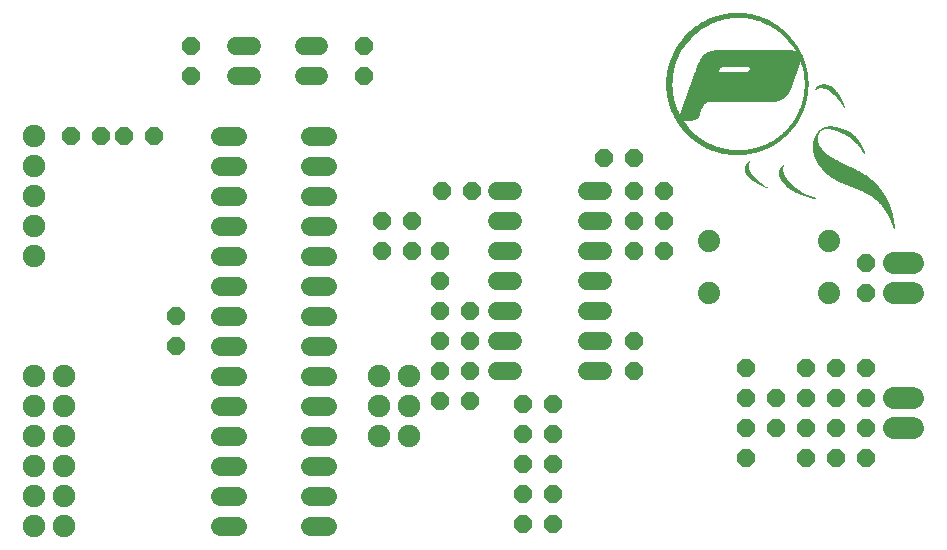
<source format=gbr>
G04 EAGLE Gerber RS-274X export*
G75*
%MOMM*%
%FSLAX34Y34*%
%LPD*%
%INSoldermask Top*%
%IPPOS*%
%AMOC8*
5,1,8,0,0,1.08239X$1,22.5*%
G01*
%ADD10P,1.649562X8X112.500000*%
%ADD11C,1.524000*%
%ADD12C,1.841500*%
%ADD13P,1.649562X8X292.500000*%
%ADD14P,1.649562X8X22.500000*%
%ADD15C,1.908300*%
%ADD16P,1.649562X8X202.500000*%
%ADD17C,1.644200*%
%ADD18C,1.879600*%

G36*
X641177Y358131D02*
X641177Y358131D01*
X641184Y358130D01*
X642235Y358157D01*
X642241Y358158D01*
X642249Y358158D01*
X643293Y358212D01*
X644289Y358264D01*
X644294Y358265D01*
X644301Y358265D01*
X645289Y358341D01*
X645294Y358342D01*
X645301Y358342D01*
X646283Y358442D01*
X647375Y358552D01*
X647381Y358554D01*
X647389Y358554D01*
X648473Y358695D01*
X648479Y358697D01*
X648486Y358697D01*
X649560Y358866D01*
X650733Y359050D01*
X650739Y359053D01*
X650748Y359053D01*
X651910Y359272D01*
X651916Y359275D01*
X651924Y359275D01*
X653073Y359527D01*
X653074Y359527D01*
X654269Y359789D01*
X654276Y359792D01*
X654284Y359793D01*
X655467Y360091D01*
X655474Y360094D01*
X655482Y360095D01*
X656651Y360427D01*
X657730Y360734D01*
X657736Y360737D01*
X657744Y360739D01*
X658810Y361076D01*
X658816Y361079D01*
X658823Y361080D01*
X659877Y361445D01*
X659877Y361446D01*
X660900Y361801D01*
X660905Y361804D01*
X660913Y361806D01*
X661923Y362187D01*
X661928Y362190D01*
X661936Y362192D01*
X662934Y362601D01*
X663868Y362983D01*
X663872Y362986D01*
X663880Y362988D01*
X664801Y363393D01*
X664806Y363397D01*
X664813Y363399D01*
X665722Y363828D01*
X666772Y364322D01*
X666778Y364326D01*
X666785Y364328D01*
X667820Y364851D01*
X667825Y364855D01*
X667833Y364858D01*
X668849Y365411D01*
X669853Y365956D01*
X669858Y365960D01*
X669866Y365963D01*
X670852Y366536D01*
X670856Y366541D01*
X670864Y366544D01*
X671831Y367144D01*
X672947Y367837D01*
X672953Y367842D01*
X672961Y367845D01*
X674053Y368573D01*
X674058Y368578D01*
X674066Y368582D01*
X675131Y369344D01*
X675899Y369893D01*
X675903Y369897D01*
X675909Y369900D01*
X676663Y370467D01*
X676667Y370471D01*
X676673Y370474D01*
X677413Y371059D01*
X677414Y371059D01*
X678280Y371742D01*
X678284Y371747D01*
X678291Y371751D01*
X679139Y372459D01*
X679142Y372464D01*
X679149Y372468D01*
X679976Y373198D01*
X680646Y373789D01*
X680649Y373793D01*
X680654Y373797D01*
X681311Y374402D01*
X681314Y374406D01*
X681319Y374410D01*
X681961Y375030D01*
X681962Y375030D01*
X682723Y375765D01*
X682726Y375770D01*
X682732Y375774D01*
X683474Y376530D01*
X683478Y376535D01*
X683483Y376539D01*
X684205Y377313D01*
X684764Y377912D01*
X684767Y377916D01*
X684772Y377920D01*
X685317Y378532D01*
X685320Y378535D01*
X685324Y378539D01*
X685857Y379161D01*
X686548Y379965D01*
X686551Y379970D01*
X686557Y379975D01*
X687225Y380796D01*
X687228Y380802D01*
X687234Y380807D01*
X687881Y381648D01*
X688652Y382648D01*
X688655Y382655D01*
X688661Y382661D01*
X689402Y383686D01*
X689405Y383693D01*
X689411Y383699D01*
X690118Y384748D01*
X690684Y385589D01*
X690686Y385594D01*
X690690Y385599D01*
X691236Y386454D01*
X691238Y386459D01*
X691243Y386465D01*
X691766Y387333D01*
X692323Y388257D01*
X692325Y388263D01*
X692329Y388268D01*
X692862Y389209D01*
X692864Y389214D01*
X692868Y389220D01*
X693376Y390175D01*
X693896Y391157D01*
X693898Y391163D01*
X693902Y391169D01*
X694397Y392166D01*
X694399Y392172D01*
X694403Y392179D01*
X694869Y393191D01*
X694870Y393191D01*
X695366Y394267D01*
X695368Y394274D01*
X695372Y394281D01*
X695837Y395374D01*
X695838Y395381D01*
X695842Y395388D01*
X696275Y396497D01*
X696672Y397512D01*
X696673Y397518D01*
X696676Y397525D01*
X697045Y398554D01*
X697046Y398561D01*
X697050Y398567D01*
X697391Y399609D01*
X697717Y400604D01*
X697718Y400610D01*
X697721Y400617D01*
X698022Y401623D01*
X698023Y401629D01*
X698026Y401636D01*
X698301Y402654D01*
X698546Y403565D01*
X698546Y403570D01*
X698549Y403576D01*
X698774Y404495D01*
X698774Y404501D01*
X698777Y404507D01*
X698980Y405433D01*
X699163Y406270D01*
X699163Y406275D01*
X699165Y406281D01*
X699331Y407125D01*
X699331Y407130D01*
X699333Y407135D01*
X699481Y407985D01*
X699481Y407986D01*
X699607Y408709D01*
X699606Y408713D01*
X699608Y408718D01*
X699721Y409446D01*
X699721Y409450D01*
X699722Y409455D01*
X699822Y410187D01*
X699958Y411181D01*
X699957Y411186D01*
X699959Y411193D01*
X700070Y412195D01*
X700070Y412201D01*
X700072Y412208D01*
X700157Y413216D01*
X700220Y413959D01*
X700220Y413963D01*
X700221Y413968D01*
X700271Y414715D01*
X700271Y414720D01*
X700272Y414725D01*
X700307Y415475D01*
X700353Y416435D01*
X700352Y416440D01*
X700353Y416446D01*
X700376Y417411D01*
X700375Y417417D01*
X700376Y417423D01*
X700376Y419474D01*
X700375Y419480D01*
X700376Y419487D01*
X700348Y420561D01*
X700347Y420567D01*
X700348Y420575D01*
X700291Y421642D01*
X700247Y422458D01*
X700246Y422462D01*
X700246Y422467D01*
X700187Y423279D01*
X700186Y423283D01*
X700186Y423289D01*
X700110Y424095D01*
X700024Y425018D01*
X700022Y425023D01*
X700022Y425030D01*
X699914Y425947D01*
X699913Y425952D01*
X699913Y425958D01*
X699785Y426868D01*
X699785Y426869D01*
X699593Y428229D01*
X699591Y428237D01*
X699591Y428246D01*
X699354Y429593D01*
X699351Y429600D01*
X699351Y429610D01*
X699069Y430938D01*
X699069Y430939D01*
X698862Y431918D01*
X698860Y431923D01*
X698859Y431930D01*
X698628Y432901D01*
X698626Y432907D01*
X698625Y432914D01*
X698370Y433875D01*
X698046Y435097D01*
X698043Y435104D01*
X698042Y435113D01*
X697680Y436319D01*
X697676Y436325D01*
X697675Y436334D01*
X697277Y437524D01*
X696837Y438838D01*
X696833Y438846D01*
X696831Y438855D01*
X696346Y440150D01*
X696342Y440156D01*
X696340Y440165D01*
X695814Y441437D01*
X695338Y442587D01*
X695334Y442593D01*
X695331Y442601D01*
X694821Y443733D01*
X694817Y443739D01*
X694814Y443747D01*
X694270Y444859D01*
X694270Y444860D01*
X694269Y444860D01*
X693832Y445753D01*
X693828Y445757D01*
X693826Y445764D01*
X693367Y446644D01*
X693364Y446648D01*
X693361Y446655D01*
X692881Y447522D01*
X692417Y448362D01*
X692413Y448366D01*
X692411Y448373D01*
X691927Y449201D01*
X691923Y449205D01*
X691920Y449211D01*
X691417Y450026D01*
X691416Y450026D01*
X690751Y451103D01*
X690746Y451108D01*
X690743Y451116D01*
X690045Y452169D01*
X690040Y452174D01*
X690036Y452182D01*
X689305Y453212D01*
X688442Y454429D01*
X688436Y454434D01*
X688431Y454443D01*
X687524Y455627D01*
X687518Y455632D01*
X687513Y455641D01*
X686563Y456789D01*
X686563Y456790D01*
X685873Y457623D01*
X685869Y457627D01*
X685865Y457633D01*
X685153Y458447D01*
X685148Y458451D01*
X685144Y458457D01*
X684411Y459252D01*
X683616Y460112D01*
X683610Y460116D01*
X683606Y460123D01*
X682785Y460961D01*
X682780Y460965D01*
X682775Y460971D01*
X681931Y461785D01*
X681104Y462583D01*
X681098Y462586D01*
X681093Y462592D01*
X680818Y462843D01*
X680270Y463342D01*
X680270Y463343D01*
X680269Y463343D01*
X680243Y463366D01*
X680238Y463370D01*
X680232Y463376D01*
X679360Y464125D01*
X678307Y465030D01*
X678300Y465034D01*
X678294Y465041D01*
X677207Y465911D01*
X677200Y465915D01*
X677193Y465922D01*
X676078Y466753D01*
X675271Y467353D01*
X675266Y467355D01*
X675262Y467360D01*
X674440Y467941D01*
X674434Y467944D01*
X674429Y467949D01*
X673593Y468508D01*
X672902Y468971D01*
X672897Y468973D01*
X672893Y468977D01*
X672191Y469426D01*
X672186Y469427D01*
X672182Y469431D01*
X671470Y469865D01*
X670704Y470334D01*
X670699Y470336D01*
X670694Y470340D01*
X669916Y470791D01*
X669911Y470793D01*
X669906Y470797D01*
X669117Y471230D01*
X668246Y471710D01*
X668241Y471711D01*
X668235Y471716D01*
X667350Y472174D01*
X667344Y472175D01*
X667339Y472179D01*
X666441Y472616D01*
X665720Y472967D01*
X665716Y472969D01*
X665711Y472972D01*
X664981Y473309D01*
X664976Y473310D01*
X664971Y473313D01*
X664234Y473635D01*
X664233Y473636D01*
X663432Y473985D01*
X663427Y473986D01*
X663422Y473989D01*
X662612Y474323D01*
X662608Y474324D01*
X662602Y474327D01*
X661784Y474643D01*
X660844Y475005D01*
X660839Y475006D01*
X660833Y475009D01*
X659882Y475349D01*
X659876Y475350D01*
X659869Y475353D01*
X658908Y475668D01*
X658251Y475883D01*
X658247Y475884D01*
X658243Y475886D01*
X657582Y476090D01*
X657578Y476091D01*
X657574Y476093D01*
X656908Y476286D01*
X656907Y476286D01*
X656262Y476472D01*
X656259Y476472D01*
X656255Y476474D01*
X655605Y476651D01*
X655601Y476651D01*
X655597Y476653D01*
X654943Y476819D01*
X654942Y476819D01*
X653922Y477077D01*
X653916Y477077D01*
X653909Y477080D01*
X652879Y477312D01*
X652873Y477313D01*
X652866Y477315D01*
X651826Y477520D01*
X650623Y477757D01*
X650616Y477757D01*
X650608Y477759D01*
X649393Y477960D01*
X649386Y477960D01*
X649377Y477963D01*
X648151Y478126D01*
X646986Y478281D01*
X646979Y478281D01*
X646972Y478283D01*
X645796Y478405D01*
X645789Y478404D01*
X645781Y478406D01*
X644597Y478493D01*
X643128Y478601D01*
X643120Y478600D01*
X643110Y478602D01*
X641628Y478657D01*
X641620Y478655D01*
X641609Y478657D01*
X638816Y478657D01*
X638809Y478656D01*
X638801Y478657D01*
X637514Y478616D01*
X637507Y478614D01*
X637498Y478615D01*
X636223Y478533D01*
X634948Y478453D01*
X634941Y478451D01*
X634932Y478451D01*
X633671Y478330D01*
X633664Y478328D01*
X633655Y478328D01*
X632405Y478168D01*
X631212Y478017D01*
X631205Y478014D01*
X631196Y478014D01*
X630015Y477827D01*
X630008Y477825D01*
X630000Y477824D01*
X628830Y477603D01*
X627797Y477407D01*
X627791Y477405D01*
X627783Y477404D01*
X626759Y477181D01*
X626753Y477179D01*
X626746Y477179D01*
X625732Y476931D01*
X625732Y476930D01*
X624618Y476658D01*
X624612Y476655D01*
X624604Y476654D01*
X623503Y476349D01*
X623497Y476347D01*
X623490Y476346D01*
X622402Y476012D01*
X621365Y475694D01*
X621360Y475691D01*
X621352Y475690D01*
X620328Y475344D01*
X620323Y475341D01*
X620316Y475340D01*
X619304Y474969D01*
X619304Y474968D01*
X618052Y474508D01*
X618046Y474504D01*
X618037Y474502D01*
X616805Y474001D01*
X616798Y473996D01*
X616789Y473994D01*
X615579Y473454D01*
X614602Y473018D01*
X614597Y473014D01*
X614589Y473012D01*
X613625Y472550D01*
X613621Y472547D01*
X613613Y472544D01*
X612665Y472058D01*
X611764Y471596D01*
X611759Y471593D01*
X611752Y471590D01*
X610864Y471106D01*
X610860Y471102D01*
X610853Y471100D01*
X609979Y470595D01*
X609979Y470594D01*
X608820Y469924D01*
X608815Y469919D01*
X608806Y469915D01*
X607673Y469207D01*
X607667Y469202D01*
X607659Y469198D01*
X606551Y468455D01*
X606551Y468454D01*
X605553Y467784D01*
X605548Y467779D01*
X605540Y467775D01*
X604564Y467075D01*
X604559Y467070D01*
X604552Y467067D01*
X603598Y466338D01*
X602615Y465589D01*
X602610Y465584D01*
X602602Y465580D01*
X601644Y464800D01*
X601639Y464795D01*
X601632Y464791D01*
X600698Y463982D01*
X599704Y463122D01*
X599700Y463116D01*
X599692Y463111D01*
X598728Y462220D01*
X598723Y462214D01*
X598716Y462209D01*
X597780Y461286D01*
X596940Y460456D01*
X596936Y460451D01*
X596929Y460446D01*
X596114Y459591D01*
X596110Y459585D01*
X596104Y459580D01*
X595314Y458702D01*
X594522Y457824D01*
X594518Y457818D01*
X594512Y457812D01*
X593747Y456910D01*
X593743Y456904D01*
X593737Y456898D01*
X592999Y455973D01*
X592265Y455053D01*
X592262Y455047D01*
X592256Y455042D01*
X591549Y454101D01*
X591546Y454095D01*
X591540Y454089D01*
X590861Y453128D01*
X590861Y453127D01*
X590258Y452274D01*
X590256Y452269D01*
X590251Y452264D01*
X589670Y451394D01*
X589667Y451389D01*
X589662Y451383D01*
X589104Y450498D01*
X588495Y449533D01*
X588493Y449527D01*
X588488Y449521D01*
X587906Y448537D01*
X587904Y448531D01*
X587899Y448524D01*
X587345Y447522D01*
X586753Y446453D01*
X586751Y446446D01*
X586746Y446439D01*
X586185Y445349D01*
X586183Y445342D01*
X586178Y445335D01*
X585651Y444225D01*
X585219Y443316D01*
X585218Y443310D01*
X585214Y443305D01*
X584803Y442382D01*
X584802Y442376D01*
X584798Y442370D01*
X584411Y441436D01*
X583956Y440335D01*
X583955Y440329D01*
X583951Y440322D01*
X583526Y439204D01*
X583525Y439197D01*
X583521Y439190D01*
X583131Y438058D01*
X582701Y436813D01*
X582700Y436805D01*
X582696Y436797D01*
X582306Y435533D01*
X582305Y435525D01*
X582301Y435517D01*
X581953Y434236D01*
X581655Y433139D01*
X581654Y433132D01*
X581651Y433124D01*
X581384Y432014D01*
X581383Y432008D01*
X581380Y432000D01*
X581144Y430879D01*
X580925Y429837D01*
X580925Y429831D01*
X580923Y429824D01*
X580730Y428772D01*
X580730Y428766D01*
X580728Y428759D01*
X580564Y427699D01*
X580373Y426472D01*
X580373Y426465D01*
X580371Y426456D01*
X580218Y425216D01*
X580219Y425209D01*
X580217Y425200D01*
X580102Y423950D01*
X580047Y423347D01*
X580048Y423343D01*
X580047Y423339D01*
X580001Y422734D01*
X580001Y422731D01*
X580001Y422727D01*
X579963Y422119D01*
X579964Y422113D01*
X579963Y422106D01*
X579852Y418899D01*
X579859Y418857D01*
X579856Y418815D01*
X579875Y418760D01*
X579885Y418703D01*
X579906Y418669D01*
X579876Y418616D01*
X579874Y418601D01*
X579868Y418590D01*
X579866Y418546D01*
X579852Y418451D01*
X579918Y415498D01*
X579919Y415492D01*
X579919Y415485D01*
X579977Y414253D01*
X579978Y414247D01*
X579978Y414238D01*
X580073Y413015D01*
X580075Y413008D01*
X580074Y413000D01*
X580207Y411789D01*
X580327Y410687D01*
X580329Y410681D01*
X580329Y410674D01*
X580480Y409582D01*
X580482Y409576D01*
X580482Y409569D01*
X580660Y408486D01*
X580862Y407262D01*
X580865Y407255D01*
X580865Y407247D01*
X581105Y406036D01*
X581108Y406029D01*
X581108Y406021D01*
X581384Y404822D01*
X581384Y404821D01*
X581642Y403699D01*
X581645Y403693D01*
X581646Y403686D01*
X581935Y402576D01*
X581938Y402570D01*
X581939Y402562D01*
X582260Y401465D01*
X582626Y400212D01*
X582630Y400206D01*
X582631Y400197D01*
X583036Y398962D01*
X583040Y398955D01*
X583042Y398946D01*
X583486Y397730D01*
X583884Y396639D01*
X583887Y396633D01*
X583889Y396625D01*
X584319Y395548D01*
X584323Y395543D01*
X584324Y395535D01*
X584783Y394474D01*
X585422Y393000D01*
X585427Y392993D01*
X585430Y392982D01*
X586126Y391539D01*
X586132Y391531D01*
X586135Y391521D01*
X586886Y390110D01*
X587359Y389223D01*
X587363Y389218D01*
X587365Y389212D01*
X587860Y388337D01*
X587863Y388332D01*
X587866Y388326D01*
X588381Y387466D01*
X589095Y386274D01*
X589100Y386268D01*
X589104Y386259D01*
X589858Y385095D01*
X589864Y385089D01*
X589868Y385081D01*
X590661Y383946D01*
X591355Y382951D01*
X591360Y382946D01*
X591364Y382938D01*
X592087Y381966D01*
X592092Y381961D01*
X592097Y381953D01*
X592848Y381004D01*
X592849Y381004D01*
X593098Y380690D01*
X593100Y380688D01*
X593101Y380685D01*
X593354Y380374D01*
X593355Y380373D01*
X593356Y380371D01*
X593611Y380061D01*
X593612Y380061D01*
X594033Y379552D01*
X594036Y379549D01*
X594038Y379546D01*
X594466Y379044D01*
X594469Y379041D01*
X594471Y379038D01*
X594907Y378543D01*
X595477Y377896D01*
X595481Y377893D01*
X595485Y377887D01*
X596070Y377252D01*
X596074Y377249D01*
X596077Y377245D01*
X596675Y376623D01*
X597202Y376075D01*
X597205Y376072D01*
X597208Y376068D01*
X597746Y375530D01*
X597750Y375528D01*
X597753Y375523D01*
X598301Y374996D01*
X598908Y374411D01*
X598912Y374408D01*
X598915Y374404D01*
X599535Y373831D01*
X599539Y373829D01*
X599543Y373824D01*
X600174Y373265D01*
X600174Y373264D01*
X600875Y372644D01*
X600879Y372642D01*
X600883Y372637D01*
X601598Y372033D01*
X601603Y372031D01*
X601607Y372026D01*
X602337Y371439D01*
X603173Y370765D01*
X603178Y370762D01*
X603183Y370756D01*
X604039Y370103D01*
X604045Y370101D01*
X604050Y370095D01*
X604923Y369466D01*
X605670Y368927D01*
X605675Y368925D01*
X605680Y368920D01*
X606442Y368399D01*
X606446Y368397D01*
X606451Y368392D01*
X607224Y367888D01*
X608208Y367245D01*
X608215Y367243D01*
X608221Y367237D01*
X609226Y366623D01*
X609232Y366621D01*
X609238Y366616D01*
X610262Y366031D01*
X611127Y365536D01*
X611133Y365534D01*
X611138Y365530D01*
X612017Y365056D01*
X612023Y365054D01*
X612029Y365050D01*
X612921Y364600D01*
X613825Y364141D01*
X613831Y364140D01*
X613837Y364135D01*
X614754Y363700D01*
X614760Y363698D01*
X614766Y363694D01*
X615696Y363282D01*
X616360Y362987D01*
X616365Y362986D01*
X616369Y362984D01*
X617040Y362700D01*
X617044Y362700D01*
X617048Y362697D01*
X617726Y362425D01*
X618721Y362027D01*
X618728Y362026D01*
X618734Y362022D01*
X619743Y361650D01*
X619749Y361649D01*
X619755Y361645D01*
X620776Y361299D01*
X621547Y361039D01*
X621551Y361038D01*
X621556Y361036D01*
X622333Y360790D01*
X622337Y360790D01*
X622342Y360787D01*
X623126Y360557D01*
X624151Y360256D01*
X624158Y360255D01*
X624165Y360252D01*
X625202Y359979D01*
X625208Y359978D01*
X625215Y359975D01*
X626263Y359729D01*
X627365Y359470D01*
X627371Y359469D01*
X627379Y359466D01*
X628493Y359239D01*
X628500Y359239D01*
X628507Y359236D01*
X629633Y359039D01*
X630751Y358842D01*
X630758Y358842D01*
X630766Y358840D01*
X631896Y358675D01*
X631902Y358675D01*
X631909Y358673D01*
X633049Y358539D01*
X633050Y358539D01*
X634015Y358427D01*
X634021Y358427D01*
X634028Y358425D01*
X635002Y358336D01*
X635008Y358337D01*
X635014Y358335D01*
X635994Y358268D01*
X637345Y358178D01*
X637352Y358179D01*
X637360Y358177D01*
X638722Y358130D01*
X638730Y358132D01*
X638740Y358130D01*
X641171Y358130D01*
X641177Y358131D01*
G37*
%LPC*%
G36*
X640769Y362449D02*
X640769Y362449D01*
X640402Y362452D01*
X640034Y362460D01*
X639209Y362476D01*
X638393Y362509D01*
X637578Y362560D01*
X637577Y362560D01*
X636858Y362605D01*
X636150Y362663D01*
X635437Y362735D01*
X634762Y362804D01*
X634094Y362883D01*
X633427Y362975D01*
X632602Y363089D01*
X631790Y363219D01*
X630978Y363367D01*
X630227Y363506D01*
X629488Y363657D01*
X628747Y363824D01*
X627945Y364006D01*
X627154Y364202D01*
X626366Y364418D01*
X626365Y364418D01*
X625702Y364599D01*
X625044Y364792D01*
X624391Y364998D01*
X624390Y364998D01*
X623706Y365212D01*
X623033Y365436D01*
X622362Y365676D01*
X621584Y365954D01*
X620822Y366244D01*
X620061Y366553D01*
X619348Y366844D01*
X618647Y367146D01*
X617949Y367464D01*
X617108Y367848D01*
X616282Y368249D01*
X615464Y368673D01*
X614578Y369131D01*
X613710Y369610D01*
X612853Y370114D01*
X612852Y370114D01*
X611995Y370617D01*
X611155Y371141D01*
X610327Y371688D01*
X609681Y372116D01*
X609049Y372552D01*
X608423Y373005D01*
X607381Y373758D01*
X606373Y374540D01*
X605386Y375359D01*
X604488Y376106D01*
X603620Y376876D01*
X602770Y377678D01*
X601963Y378438D01*
X601185Y379216D01*
X600425Y380022D01*
X600425Y380023D01*
X599575Y380923D01*
X598761Y381846D01*
X597972Y382802D01*
X597094Y383865D01*
X596259Y384954D01*
X595461Y386081D01*
X594723Y387123D01*
X594538Y387403D01*
X594804Y387364D01*
X594821Y387365D01*
X594842Y387360D01*
X595183Y387338D01*
X595198Y387340D01*
X595216Y387336D01*
X601759Y387336D01*
X601786Y387342D01*
X601822Y387340D01*
X602601Y387440D01*
X602630Y387450D01*
X602672Y387454D01*
X603387Y387654D01*
X603807Y387771D01*
X603825Y387781D01*
X603851Y387786D01*
X604249Y387938D01*
X604267Y387949D01*
X604293Y387957D01*
X604668Y388144D01*
X605134Y388375D01*
X605155Y388392D01*
X605188Y388406D01*
X605619Y388691D01*
X605637Y388710D01*
X605667Y388727D01*
X606065Y389066D01*
X606485Y389424D01*
X606502Y389446D01*
X606530Y389467D01*
X606912Y389885D01*
X606925Y389907D01*
X606949Y389930D01*
X607293Y390407D01*
X607627Y390869D01*
X607636Y390890D01*
X607655Y390913D01*
X607953Y391432D01*
X607959Y391452D01*
X607974Y391474D01*
X608236Y392050D01*
X608367Y392340D01*
X608369Y392349D01*
X608375Y392358D01*
X608498Y392662D01*
X608500Y392672D01*
X608505Y392682D01*
X608618Y392998D01*
X610517Y398258D01*
X610517Y398259D01*
X610517Y398260D01*
X610798Y399048D01*
X611124Y399717D01*
X611520Y400318D01*
X611520Y400319D01*
X611753Y400673D01*
X611994Y400979D01*
X612267Y401270D01*
X612557Y401577D01*
X612849Y401833D01*
X613183Y402070D01*
X613662Y402411D01*
X614157Y402663D01*
X614733Y402860D01*
X615310Y403058D01*
X615906Y403177D01*
X616584Y403231D01*
X616836Y403251D01*
X617085Y403260D01*
X671192Y403260D01*
X671213Y403265D01*
X671240Y403263D01*
X671996Y403336D01*
X672015Y403341D01*
X672040Y403342D01*
X672817Y403488D01*
X673493Y403616D01*
X673508Y403622D01*
X673528Y403623D01*
X674221Y403806D01*
X674234Y403812D01*
X674253Y403816D01*
X674960Y404054D01*
X675428Y404212D01*
X675436Y404217D01*
X675447Y404219D01*
X675922Y404401D01*
X675930Y404406D01*
X675941Y404408D01*
X676424Y404616D01*
X676647Y404711D01*
X676652Y404714D01*
X676658Y404716D01*
X676879Y404816D01*
X676883Y404819D01*
X676888Y404820D01*
X677105Y404924D01*
X677106Y404924D01*
X677536Y405131D01*
X677544Y405137D01*
X677555Y405140D01*
X677970Y405361D01*
X677978Y405367D01*
X677989Y405372D01*
X678389Y405607D01*
X678390Y405608D01*
X678391Y405608D01*
X678793Y405846D01*
X678800Y405852D01*
X678810Y405857D01*
X679198Y406108D01*
X679205Y406115D01*
X679217Y406121D01*
X679590Y406388D01*
X680050Y406717D01*
X680059Y406726D01*
X680072Y406734D01*
X680510Y407085D01*
X680519Y407095D01*
X680532Y407104D01*
X680948Y407478D01*
X680948Y407479D01*
X680949Y407479D01*
X681336Y407828D01*
X681343Y407838D01*
X681355Y407846D01*
X681724Y408216D01*
X681730Y408226D01*
X681742Y408235D01*
X682090Y408624D01*
X682354Y408918D01*
X682359Y408926D01*
X682367Y408934D01*
X682619Y409239D01*
X682623Y409246D01*
X682630Y409253D01*
X682872Y409569D01*
X682873Y409569D01*
X683101Y409868D01*
X683104Y409876D01*
X683112Y409883D01*
X683330Y410193D01*
X683333Y410200D01*
X683340Y410207D01*
X683549Y410527D01*
X683783Y410886D01*
X683786Y410895D01*
X683794Y410903D01*
X684016Y411275D01*
X684018Y411283D01*
X684025Y411292D01*
X684235Y411676D01*
X684235Y411677D01*
X684372Y411928D01*
X684374Y411934D01*
X684378Y411939D01*
X684509Y412196D01*
X684511Y412202D01*
X684515Y412208D01*
X684641Y412470D01*
X684816Y412835D01*
X684818Y412843D01*
X684823Y412851D01*
X684988Y413226D01*
X684990Y413234D01*
X684995Y413242D01*
X685149Y413626D01*
X685230Y413827D01*
X685231Y413832D01*
X685234Y413837D01*
X685311Y414041D01*
X685312Y414044D01*
X685314Y414048D01*
X685388Y414253D01*
X693131Y435509D01*
X693131Y435510D01*
X693249Y435835D01*
X693250Y435847D01*
X693257Y435860D01*
X693358Y436194D01*
X693359Y436205D01*
X693364Y436217D01*
X693450Y436558D01*
X693493Y436731D01*
X693494Y436737D01*
X693497Y436744D01*
X693536Y436919D01*
X693536Y436925D01*
X693539Y436931D01*
X693573Y437108D01*
X693641Y437446D01*
X693641Y437457D01*
X693645Y437469D01*
X693678Y437684D01*
X694014Y436714D01*
X694393Y435622D01*
X694736Y434522D01*
X695047Y433399D01*
X695362Y432265D01*
X695641Y431123D01*
X695885Y429961D01*
X696211Y428411D01*
X696471Y426850D01*
X696666Y425256D01*
X696804Y424129D01*
X696908Y422999D01*
X696978Y421853D01*
X697047Y420707D01*
X697052Y420520D01*
X697052Y420519D01*
X697082Y419558D01*
X697082Y417511D01*
X697062Y416637D01*
X697022Y415766D01*
X696972Y414684D01*
X696892Y413619D01*
X696781Y412554D01*
X696679Y411570D01*
X696553Y410602D01*
X696400Y409633D01*
X696400Y409632D01*
X696195Y408329D01*
X695947Y407051D01*
X695655Y405781D01*
X695527Y405226D01*
X695391Y404675D01*
X695247Y404128D01*
X695008Y403219D01*
X694748Y402323D01*
X694464Y401431D01*
X694053Y400135D01*
X693598Y398869D01*
X693097Y397616D01*
X692657Y396517D01*
X692188Y395445D01*
X691682Y394383D01*
X691682Y394382D01*
X691286Y393549D01*
X690872Y392732D01*
X690437Y391923D01*
X690000Y391111D01*
X689548Y390319D01*
X689074Y389534D01*
X689074Y389533D01*
X688579Y388712D01*
X688067Y387912D01*
X687532Y387119D01*
X686914Y386205D01*
X686276Y385318D01*
X685608Y384443D01*
X684719Y383282D01*
X683791Y382161D01*
X682816Y381073D01*
X682815Y381073D01*
X682227Y380417D01*
X681630Y379780D01*
X681011Y379151D01*
X680397Y378527D01*
X679774Y377923D01*
X679131Y377327D01*
X678402Y376653D01*
X677660Y376001D01*
X676897Y375367D01*
X676896Y375367D01*
X676896Y375366D01*
X676411Y374961D01*
X675923Y374570D01*
X675423Y374182D01*
X674420Y373403D01*
X673399Y372663D01*
X672344Y371953D01*
X671818Y371599D01*
X671289Y371256D01*
X670749Y370919D01*
X669965Y370428D01*
X669170Y369959D01*
X668360Y369507D01*
X667296Y368913D01*
X666217Y368356D01*
X665111Y367831D01*
X664202Y367399D01*
X663285Y366994D01*
X662349Y366610D01*
X661393Y366218D01*
X660433Y365855D01*
X659452Y365516D01*
X659451Y365516D01*
X658660Y365241D01*
X657865Y364986D01*
X657057Y364746D01*
X656126Y364470D01*
X655188Y364220D01*
X654236Y363991D01*
X653486Y363811D01*
X652734Y363647D01*
X651974Y363498D01*
X651973Y363498D01*
X651094Y363324D01*
X650215Y363174D01*
X649323Y363044D01*
X649322Y363043D01*
X648288Y362891D01*
X647250Y362769D01*
X646198Y362674D01*
X645644Y362625D01*
X645090Y362583D01*
X644531Y362550D01*
X643405Y362483D01*
X642278Y362449D01*
X640769Y362449D01*
G37*
%LPD*%
%LPC*%
G36*
X591487Y392556D02*
X591487Y392556D01*
X590909Y393695D01*
X590867Y393787D01*
X590366Y394866D01*
X589824Y396031D01*
X589326Y397210D01*
X588864Y398417D01*
X588409Y399607D01*
X587997Y400809D01*
X587622Y402037D01*
X587323Y403016D01*
X587052Y403998D01*
X586807Y404999D01*
X586806Y404999D01*
X586556Y406016D01*
X586335Y407039D01*
X586142Y408076D01*
X585935Y409187D01*
X585762Y410299D01*
X585622Y411431D01*
X585621Y411431D01*
X585495Y412452D01*
X585396Y413472D01*
X585326Y414509D01*
X585325Y414511D01*
X585325Y414514D01*
X585112Y417226D01*
X585107Y417242D01*
X585108Y417258D01*
X585080Y417337D01*
X585070Y417371D01*
X585076Y417379D01*
X585082Y417409D01*
X585093Y417430D01*
X585096Y417474D01*
X585110Y417542D01*
X585235Y420596D01*
X585270Y421481D01*
X585324Y422355D01*
X585399Y423229D01*
X585510Y424530D01*
X585666Y425812D01*
X585865Y427087D01*
X585865Y427088D01*
X586069Y428402D01*
X586319Y429694D01*
X586614Y430977D01*
X586614Y430978D01*
X587026Y432772D01*
X587521Y434521D01*
X588101Y436246D01*
X588460Y437314D01*
X588847Y438358D01*
X589268Y439396D01*
X589761Y440612D01*
X590292Y441800D01*
X590866Y442972D01*
X590867Y442972D01*
X591659Y444590D01*
X592522Y446154D01*
X593461Y447680D01*
X594144Y448789D01*
X594859Y449865D01*
X595615Y450921D01*
X596175Y451705D01*
X596753Y452469D01*
X597353Y453221D01*
X598106Y454166D01*
X598883Y455080D01*
X599695Y455974D01*
X600462Y456820D01*
X601249Y457637D01*
X602066Y458435D01*
X602734Y459086D01*
X603412Y459716D01*
X604111Y460333D01*
X604884Y461017D01*
X605671Y461675D01*
X606481Y462314D01*
X607471Y463096D01*
X608481Y463842D01*
X609524Y464556D01*
X610503Y465229D01*
X611500Y465866D01*
X612523Y466477D01*
X613293Y466936D01*
X614070Y467375D01*
X614863Y467798D01*
X615844Y468321D01*
X616838Y468813D01*
X617852Y469278D01*
X618948Y469780D01*
X620054Y470244D01*
X621187Y470676D01*
X622291Y471098D01*
X623403Y471483D01*
X624539Y471834D01*
X624539Y471835D01*
X624540Y471835D01*
X625403Y472103D01*
X626271Y472349D01*
X627151Y472576D01*
X628255Y472860D01*
X629366Y473110D01*
X630495Y473327D01*
X631638Y473548D01*
X632787Y473732D01*
X633954Y473881D01*
X635087Y474027D01*
X636219Y474137D01*
X637374Y474214D01*
X638620Y474297D01*
X639869Y474338D01*
X641264Y474338D01*
X641392Y474338D01*
X641519Y474337D01*
X642268Y474332D01*
X643009Y474312D01*
X643750Y474278D01*
X644572Y474240D01*
X645386Y474185D01*
X646198Y474112D01*
X646868Y474052D01*
X647529Y473981D01*
X648192Y473898D01*
X648785Y473823D01*
X649372Y473739D01*
X649960Y473646D01*
X650783Y473515D01*
X651591Y473369D01*
X652400Y473204D01*
X653327Y473014D01*
X654238Y472804D01*
X655148Y472569D01*
X655735Y472418D01*
X656311Y472259D01*
X656890Y472089D01*
X658151Y471719D01*
X659387Y471310D01*
X660609Y470855D01*
X660610Y470855D01*
X661386Y470567D01*
X662149Y470264D01*
X662909Y469943D01*
X663825Y469556D01*
X664723Y469148D01*
X665614Y468714D01*
X666375Y468343D01*
X667123Y467957D01*
X667863Y467554D01*
X668807Y467039D01*
X669727Y466503D01*
X670637Y465937D01*
X671299Y465525D01*
X671948Y465103D01*
X672592Y464665D01*
X673517Y464035D01*
X674417Y463382D01*
X675302Y462698D01*
X676229Y461982D01*
X677128Y461243D01*
X678007Y460472D01*
X678620Y459934D01*
X679215Y459389D01*
X679805Y458825D01*
X680471Y458188D01*
X681119Y457537D01*
X681753Y456868D01*
X682596Y455977D01*
X683404Y455067D01*
X684188Y454124D01*
X685018Y453125D01*
X685808Y452105D01*
X686567Y451050D01*
X686567Y451049D01*
X687196Y450178D01*
X687795Y449293D01*
X688372Y448386D01*
X688873Y447597D01*
X689352Y446802D01*
X689690Y446207D01*
X689654Y446220D01*
X689653Y446220D01*
X689594Y446241D01*
X689583Y446243D01*
X689570Y446249D01*
X689317Y446325D01*
X689316Y446325D01*
X689042Y446407D01*
X689031Y446408D01*
X689019Y446414D01*
X688731Y446485D01*
X688719Y446486D01*
X688705Y446491D01*
X688404Y446548D01*
X688196Y446589D01*
X688189Y446589D01*
X688181Y446592D01*
X687965Y446627D01*
X687957Y446627D01*
X687948Y446629D01*
X687725Y446658D01*
X687534Y446684D01*
X687528Y446683D01*
X687521Y446685D01*
X687324Y446706D01*
X687317Y446706D01*
X687310Y446708D01*
X687108Y446723D01*
X686850Y446744D01*
X686843Y446743D01*
X686835Y446745D01*
X686568Y446759D01*
X686562Y446758D01*
X686555Y446759D01*
X686279Y446766D01*
X686149Y446769D01*
X686147Y446769D01*
X686144Y446769D01*
X686011Y446771D01*
X686008Y446771D01*
X686004Y446771D01*
X621695Y446771D01*
X621687Y446770D01*
X621677Y446771D01*
X621209Y446754D01*
X621202Y446752D01*
X621193Y446753D01*
X620735Y446722D01*
X620734Y446722D01*
X620733Y446722D01*
X620416Y446700D01*
X620410Y446698D01*
X620403Y446699D01*
X620090Y446669D01*
X620085Y446667D01*
X620078Y446667D01*
X619770Y446630D01*
X619769Y446630D01*
X619768Y446630D01*
X619485Y446594D01*
X619480Y446593D01*
X619474Y446593D01*
X619193Y446552D01*
X619188Y446550D01*
X619182Y446550D01*
X618907Y446502D01*
X618906Y446502D01*
X618656Y446459D01*
X618651Y446457D01*
X618644Y446457D01*
X618398Y446407D01*
X618394Y446406D01*
X618389Y446406D01*
X618146Y446352D01*
X618145Y446352D01*
X618144Y446352D01*
X617771Y446269D01*
X617764Y446265D01*
X617754Y446265D01*
X617389Y446169D01*
X617381Y446165D01*
X617370Y446164D01*
X617014Y446056D01*
X616633Y445940D01*
X616625Y445936D01*
X616613Y445934D01*
X616243Y445804D01*
X616234Y445799D01*
X616223Y445797D01*
X615862Y445653D01*
X615861Y445653D01*
X615621Y445557D01*
X615615Y445553D01*
X615606Y445551D01*
X615370Y445448D01*
X615365Y445444D01*
X615357Y445442D01*
X615125Y445333D01*
X614900Y445228D01*
X614895Y445224D01*
X614887Y445222D01*
X614665Y445110D01*
X614661Y445107D01*
X614654Y445105D01*
X614436Y444988D01*
X614434Y444987D01*
X614433Y444986D01*
X614223Y444872D01*
X614219Y444869D01*
X614213Y444867D01*
X614007Y444749D01*
X614001Y444744D01*
X613992Y444740D01*
X613789Y444615D01*
X613440Y444400D01*
X613432Y444393D01*
X613420Y444387D01*
X613080Y444156D01*
X613072Y444148D01*
X613060Y444141D01*
X612730Y443892D01*
X612486Y443709D01*
X612480Y443702D01*
X612471Y443697D01*
X612232Y443502D01*
X612227Y443496D01*
X612218Y443490D01*
X611986Y443287D01*
X611708Y443045D01*
X611701Y443037D01*
X611691Y443030D01*
X611421Y442773D01*
X611416Y442765D01*
X611407Y442759D01*
X611144Y442489D01*
X611144Y442488D01*
X610900Y442238D01*
X610895Y442230D01*
X610887Y442223D01*
X610651Y441960D01*
X610647Y441954D01*
X610639Y441947D01*
X610410Y441674D01*
X610208Y441433D01*
X610204Y441426D01*
X610197Y441419D01*
X610001Y441168D01*
X609998Y441162D01*
X609992Y441156D01*
X609802Y440898D01*
X609600Y440624D01*
X609596Y440617D01*
X609590Y440610D01*
X609395Y440326D01*
X609392Y440320D01*
X609387Y440314D01*
X609198Y440020D01*
X609197Y440019D01*
X609197Y440018D01*
X609097Y439863D01*
X609096Y439860D01*
X609094Y439857D01*
X608996Y439699D01*
X608995Y439696D01*
X608992Y439692D01*
X608896Y439531D01*
X608896Y439530D01*
X608622Y439072D01*
X608619Y439063D01*
X608612Y439054D01*
X608352Y438573D01*
X608349Y438563D01*
X608342Y438554D01*
X608097Y438049D01*
X607769Y437373D01*
X607766Y437362D01*
X607758Y437349D01*
X607454Y436632D01*
X607452Y436621D01*
X607445Y436609D01*
X607168Y435851D01*
X607168Y435850D01*
X605034Y429963D01*
X605034Y429962D01*
X604910Y429623D01*
X604909Y429619D01*
X604908Y429618D01*
X604859Y429585D01*
X604837Y429549D01*
X604807Y429520D01*
X604776Y429454D01*
X604752Y429417D01*
X604749Y429395D01*
X604737Y429370D01*
X604482Y428443D01*
X591755Y393338D01*
X591755Y393336D01*
X591754Y393334D01*
X591649Y393036D01*
X591647Y393027D01*
X591642Y393016D01*
X591556Y392734D01*
X591555Y392723D01*
X591549Y392709D01*
X591503Y392527D01*
X591487Y392556D01*
G37*
%LPD*%
G36*
X773003Y295187D02*
X773003Y295187D01*
X773039Y295184D01*
X773100Y295202D01*
X773163Y295212D01*
X773194Y295231D01*
X773229Y295242D01*
X773278Y295283D01*
X773332Y295317D01*
X773353Y295346D01*
X773381Y295370D01*
X773410Y295427D01*
X773447Y295479D01*
X773455Y295515D01*
X773472Y295547D01*
X773480Y295629D01*
X773490Y295673D01*
X773487Y295693D01*
X773489Y295713D01*
X773448Y296350D01*
X773403Y297160D01*
X773402Y297165D01*
X773402Y297171D01*
X773329Y298128D01*
X773302Y298476D01*
X773302Y298478D01*
X773302Y298481D01*
X773271Y298848D01*
X773270Y298850D01*
X773270Y298851D01*
X773235Y299238D01*
X773235Y299239D01*
X773184Y299788D01*
X773183Y299791D01*
X773183Y299794D01*
X773122Y300382D01*
X773120Y300386D01*
X773121Y300390D01*
X773045Y301013D01*
X772987Y301488D01*
X772986Y301490D01*
X772986Y301493D01*
X772921Y301988D01*
X772920Y301991D01*
X772920Y301995D01*
X772844Y302508D01*
X772797Y302832D01*
X772796Y302835D01*
X772796Y302838D01*
X772744Y303169D01*
X772744Y303170D01*
X772744Y303173D01*
X772688Y303511D01*
X772636Y303825D01*
X772635Y303827D01*
X772635Y303829D01*
X772579Y304151D01*
X772578Y304152D01*
X772578Y304154D01*
X772519Y304482D01*
X772519Y304483D01*
X772452Y304849D01*
X772451Y304851D01*
X772451Y304853D01*
X772379Y305228D01*
X772378Y305230D01*
X772378Y305233D01*
X772300Y305614D01*
X772249Y305867D01*
X772248Y305869D01*
X772248Y305872D01*
X772194Y306128D01*
X772193Y306130D01*
X772193Y306131D01*
X772137Y306391D01*
X772137Y306392D01*
X772057Y306756D01*
X772057Y306758D01*
X772056Y306760D01*
X771972Y307132D01*
X771971Y307134D01*
X771971Y307137D01*
X771881Y307513D01*
X771801Y307851D01*
X771800Y307852D01*
X771800Y307855D01*
X771715Y308197D01*
X771714Y308199D01*
X771714Y308202D01*
X771624Y308548D01*
X771544Y308857D01*
X771543Y308858D01*
X771543Y308861D01*
X771460Y309174D01*
X771459Y309176D01*
X771458Y309178D01*
X771371Y309495D01*
X771282Y309817D01*
X771281Y309819D01*
X771281Y309820D01*
X771188Y310146D01*
X771187Y310148D01*
X771187Y310151D01*
X771090Y310479D01*
X770969Y310889D01*
X770968Y310891D01*
X770967Y310895D01*
X770840Y311310D01*
X770838Y311312D01*
X770838Y311315D01*
X770704Y311736D01*
X770703Y311736D01*
X770559Y312185D01*
X770558Y312188D01*
X770558Y312191D01*
X770405Y312647D01*
X770404Y312650D01*
X770403Y312653D01*
X770243Y313114D01*
X770069Y313615D01*
X770068Y313617D01*
X770067Y313621D01*
X769883Y314128D01*
X769881Y314131D01*
X769880Y314135D01*
X769686Y314647D01*
X769686Y314648D01*
X769569Y314954D01*
X769568Y314955D01*
X769568Y314957D01*
X769449Y315265D01*
X769447Y315267D01*
X769447Y315269D01*
X769323Y315580D01*
X769159Y315990D01*
X769158Y315993D01*
X769157Y315996D01*
X768986Y316410D01*
X768985Y316412D01*
X768984Y316415D01*
X768807Y316832D01*
X768807Y316833D01*
X768650Y317200D01*
X768649Y317202D01*
X768648Y317205D01*
X768486Y317574D01*
X768485Y317576D01*
X768484Y317578D01*
X768318Y317950D01*
X768317Y317950D01*
X768317Y317951D01*
X768083Y318470D01*
X768082Y318473D01*
X768081Y318476D01*
X767836Y319001D01*
X767834Y319003D01*
X767833Y319007D01*
X767577Y319535D01*
X767576Y319536D01*
X767368Y319965D01*
X767366Y319967D01*
X767365Y319970D01*
X767149Y320403D01*
X767148Y320405D01*
X767147Y320408D01*
X766922Y320844D01*
X766922Y320845D01*
X766767Y321145D01*
X766766Y321146D01*
X766766Y321148D01*
X766608Y321449D01*
X766606Y321450D01*
X766606Y321452D01*
X766444Y321754D01*
X766255Y322108D01*
X766253Y322109D01*
X766252Y322112D01*
X766058Y322467D01*
X766056Y322469D01*
X766055Y322471D01*
X765856Y322827D01*
X765640Y323211D01*
X765639Y323213D01*
X765638Y323216D01*
X765415Y323602D01*
X765413Y323604D01*
X765412Y323607D01*
X765184Y323993D01*
X765056Y324212D01*
X765055Y324214D01*
X765054Y324217D01*
X764923Y324434D01*
X764922Y324435D01*
X764922Y324436D01*
X764789Y324655D01*
X764416Y325270D01*
X764414Y325273D01*
X764413Y325276D01*
X764041Y325872D01*
X764038Y325874D01*
X764037Y325878D01*
X763664Y326455D01*
X763304Y327011D01*
X763302Y327014D01*
X763301Y327017D01*
X762941Y327557D01*
X762938Y327559D01*
X762937Y327563D01*
X762576Y328087D01*
X762576Y328088D01*
X762298Y328491D01*
X762296Y328493D01*
X762294Y328496D01*
X762015Y328890D01*
X762013Y328892D01*
X762011Y328895D01*
X761732Y329279D01*
X761413Y329717D01*
X761410Y329719D01*
X761408Y329723D01*
X761088Y330150D01*
X761086Y330152D01*
X761084Y330155D01*
X760761Y330572D01*
X760431Y330998D01*
X760428Y331001D01*
X760426Y331005D01*
X760093Y331419D01*
X760090Y331421D01*
X760088Y331425D01*
X759753Y331830D01*
X759372Y332290D01*
X759368Y332293D01*
X759365Y332298D01*
X758980Y332744D01*
X758976Y332746D01*
X758974Y332751D01*
X758584Y333184D01*
X758584Y333185D01*
X758286Y333516D01*
X758284Y333519D01*
X758281Y333522D01*
X757981Y333847D01*
X757978Y333849D01*
X757975Y333853D01*
X757672Y334170D01*
X757293Y334568D01*
X757289Y334570D01*
X757286Y334574D01*
X756902Y334961D01*
X756899Y334964D01*
X756895Y334968D01*
X756506Y335346D01*
X756120Y335720D01*
X756116Y335723D01*
X756113Y335727D01*
X755722Y336092D01*
X755718Y336094D01*
X755715Y336099D01*
X755318Y336454D01*
X754942Y336793D01*
X754938Y336795D01*
X754935Y336799D01*
X754553Y337130D01*
X754549Y337132D01*
X754546Y337136D01*
X754158Y337460D01*
X753677Y337862D01*
X753672Y337864D01*
X753668Y337868D01*
X753178Y338261D01*
X753174Y338263D01*
X753170Y338267D01*
X752668Y338652D01*
X752133Y339062D01*
X752129Y339064D01*
X752125Y339068D01*
X751577Y339469D01*
X751573Y339471D01*
X751569Y339475D01*
X751008Y339870D01*
X750508Y340221D01*
X750504Y340223D01*
X750501Y340226D01*
X749990Y340572D01*
X749987Y340573D01*
X749983Y340576D01*
X749460Y340918D01*
X748875Y341301D01*
X748872Y341302D01*
X748869Y341305D01*
X748269Y341683D01*
X748265Y341685D01*
X748262Y341688D01*
X747645Y342063D01*
X747644Y342063D01*
X747262Y342295D01*
X747260Y342296D01*
X747258Y342298D01*
X746870Y342529D01*
X746868Y342529D01*
X746866Y342531D01*
X746471Y342761D01*
X745799Y343153D01*
X745796Y343154D01*
X745793Y343157D01*
X745102Y343547D01*
X745099Y343548D01*
X745097Y343550D01*
X744384Y343942D01*
X743463Y344448D01*
X743460Y344449D01*
X743457Y344452D01*
X742500Y344959D01*
X742498Y344959D01*
X742496Y344961D01*
X741499Y345476D01*
X740538Y345972D01*
X740536Y345972D01*
X740534Y345974D01*
X739537Y346476D01*
X739536Y346477D01*
X739534Y346478D01*
X738497Y346991D01*
X738497Y346992D01*
X737622Y347424D01*
X737621Y347425D01*
X737620Y347426D01*
X736716Y347867D01*
X736715Y347867D01*
X736714Y347868D01*
X735779Y348321D01*
X734883Y348754D01*
X734882Y348754D01*
X734881Y348755D01*
X733956Y349198D01*
X733956Y349199D01*
X733002Y349655D01*
X732061Y350105D01*
X732060Y350105D01*
X731089Y350567D01*
X731089Y350568D01*
X730088Y351044D01*
X729446Y351349D01*
X729446Y351350D01*
X728791Y351660D01*
X728124Y351979D01*
X728123Y351979D01*
X727788Y352138D01*
X727450Y352299D01*
X727109Y352462D01*
X727108Y352462D01*
X727108Y352463D01*
X725797Y353088D01*
X724579Y353710D01*
X723436Y354334D01*
X723435Y354335D01*
X722783Y354690D01*
X722162Y355043D01*
X721561Y355398D01*
X720787Y355857D01*
X720059Y356311D01*
X719367Y356766D01*
X718831Y357120D01*
X718322Y357469D01*
X717834Y357820D01*
X717309Y358196D01*
X716816Y358567D01*
X716345Y358940D01*
X715852Y359330D01*
X715393Y359712D01*
X714955Y360097D01*
X714419Y360568D01*
X713930Y361028D01*
X713471Y361491D01*
X713048Y361918D01*
X712661Y362337D01*
X712298Y362756D01*
X711851Y363274D01*
X711456Y363777D01*
X711096Y364280D01*
X710670Y364876D01*
X710311Y365448D01*
X709995Y366021D01*
X709637Y366671D01*
X709353Y367289D01*
X709120Y367904D01*
X708930Y368405D01*
X708783Y368878D01*
X708664Y369354D01*
X708556Y369789D01*
X708478Y370200D01*
X708422Y370610D01*
X708421Y370611D01*
X708364Y371032D01*
X708332Y371427D01*
X708321Y371822D01*
X708314Y372082D01*
X708314Y372083D01*
X708310Y372213D01*
X708320Y372579D01*
X708346Y372942D01*
X708371Y373288D01*
X708410Y373608D01*
X708463Y373925D01*
X708463Y373926D01*
X708464Y373927D01*
X708510Y374211D01*
X708564Y374475D01*
X708627Y374736D01*
X708739Y375193D01*
X708867Y375598D01*
X709007Y375974D01*
X709116Y376265D01*
X709225Y376521D01*
X709336Y376759D01*
X709419Y376938D01*
X709498Y377096D01*
X709575Y377240D01*
X709814Y377687D01*
X710001Y377956D01*
X710002Y377958D01*
X710004Y377961D01*
X710062Y378046D01*
X710068Y378060D01*
X710078Y378071D01*
X710106Y378151D01*
X710138Y378228D01*
X710139Y378228D01*
X710172Y378244D01*
X710199Y378250D01*
X710242Y378279D01*
X710287Y378302D01*
X710555Y378497D01*
X710840Y378685D01*
X711168Y378870D01*
X711409Y379005D01*
X711656Y379129D01*
X711932Y379251D01*
X712062Y379307D01*
X712188Y379359D01*
X712325Y379413D01*
X712509Y379483D01*
X712695Y379548D01*
X712895Y379610D01*
X712896Y379610D01*
X712899Y379611D01*
X713053Y379659D01*
X713208Y379702D01*
X713376Y379746D01*
X713535Y379787D01*
X713691Y379823D01*
X713859Y379856D01*
X713860Y379857D01*
X713862Y379857D01*
X714061Y379898D01*
X714261Y379933D01*
X714470Y379965D01*
X714471Y379965D01*
X714667Y379994D01*
X714864Y380018D01*
X715073Y380038D01*
X715427Y380072D01*
X715790Y380093D01*
X716182Y380099D01*
X716382Y380102D01*
X716581Y380101D01*
X716790Y380094D01*
X716791Y380094D01*
X716952Y380090D01*
X717112Y380083D01*
X717278Y380074D01*
X717279Y380074D01*
X717517Y380062D01*
X717757Y380042D01*
X718011Y380017D01*
X718012Y380017D01*
X718190Y380000D01*
X718371Y379980D01*
X718554Y379957D01*
X718762Y379930D01*
X718968Y379902D01*
X719181Y379868D01*
X719362Y379840D01*
X719551Y379808D01*
X719738Y379774D01*
X719980Y379729D01*
X720219Y379682D01*
X720466Y379629D01*
X720467Y379629D01*
X720755Y379567D01*
X721043Y379500D01*
X721344Y379425D01*
X721345Y379425D01*
X721347Y379424D01*
X721567Y379371D01*
X721787Y379312D01*
X722018Y379250D01*
X722255Y379184D01*
X722496Y379115D01*
X722745Y379040D01*
X722953Y378977D01*
X723165Y378912D01*
X723378Y378843D01*
X723378Y378842D01*
X723379Y378842D01*
X723612Y378767D01*
X723848Y378689D01*
X724087Y378606D01*
X724089Y378606D01*
X724090Y378605D01*
X724399Y378499D01*
X724710Y378388D01*
X725031Y378268D01*
X725032Y378267D01*
X725378Y378139D01*
X725727Y378005D01*
X726086Y377860D01*
X726087Y377860D01*
X726088Y377859D01*
X726430Y377722D01*
X726774Y377580D01*
X727130Y377427D01*
X727131Y377426D01*
X727449Y377291D01*
X727772Y377148D01*
X728104Y376999D01*
X728434Y376850D01*
X728767Y376696D01*
X729107Y376534D01*
X729108Y376534D01*
X729109Y376534D01*
X729525Y376337D01*
X729949Y376130D01*
X730383Y375912D01*
X730891Y375658D01*
X731409Y375390D01*
X731941Y375107D01*
X731942Y375107D01*
X731943Y375106D01*
X732133Y375006D01*
X732322Y374903D01*
X732507Y374799D01*
X732916Y374570D01*
X733311Y374338D01*
X733701Y374096D01*
X734065Y373870D01*
X734419Y373642D01*
X734768Y373407D01*
X735142Y373154D01*
X735507Y372898D01*
X735865Y372635D01*
X736352Y372278D01*
X736819Y371915D01*
X737276Y371542D01*
X737635Y371249D01*
X737978Y370958D01*
X738317Y370660D01*
X738317Y370659D01*
X738741Y370286D01*
X739147Y369913D01*
X739541Y369534D01*
X739542Y369533D01*
X739741Y369342D01*
X739935Y369152D01*
X740128Y368959D01*
X740374Y368714D01*
X740609Y368472D01*
X740842Y368226D01*
X740842Y368225D01*
X741109Y367945D01*
X741366Y367666D01*
X741616Y367388D01*
X741838Y367141D01*
X742053Y366896D01*
X742261Y366653D01*
X742432Y366453D01*
X742601Y366253D01*
X742762Y366058D01*
X742975Y365799D01*
X743177Y365549D01*
X743374Y365299D01*
X743374Y365298D01*
X743528Y365103D01*
X743678Y364909D01*
X743825Y364717D01*
X743955Y364546D01*
X744079Y364381D01*
X744203Y364213D01*
X744203Y364212D01*
X744204Y364211D01*
X744345Y364021D01*
X744483Y363831D01*
X744614Y363647D01*
X744615Y363647D01*
X744615Y363646D01*
X744785Y363409D01*
X744944Y363180D01*
X745099Y362954D01*
X745100Y362954D01*
X745259Y362723D01*
X745409Y362498D01*
X745552Y362280D01*
X745716Y362029D01*
X745872Y361788D01*
X746015Y361561D01*
X746965Y360049D01*
X747431Y359084D01*
X747467Y359038D01*
X747493Y358987D01*
X747526Y358960D01*
X747552Y358926D01*
X747602Y358897D01*
X747647Y358860D01*
X747688Y358848D01*
X747724Y358827D01*
X747782Y358821D01*
X747838Y358804D01*
X747880Y358809D01*
X747922Y358804D01*
X747978Y358820D01*
X748035Y358827D01*
X748072Y358848D01*
X748113Y358860D01*
X748158Y358896D01*
X748208Y358925D01*
X748234Y358958D01*
X748267Y358985D01*
X748294Y359037D01*
X748329Y359083D01*
X748340Y359124D01*
X748360Y359161D01*
X748365Y359219D01*
X748379Y359275D01*
X748374Y359324D01*
X748377Y359359D01*
X748365Y359399D01*
X748360Y359440D01*
X748283Y359708D01*
X748278Y359717D01*
X748276Y359729D01*
X748116Y360204D01*
X748116Y360205D01*
X748051Y360397D01*
X748050Y360398D01*
X748050Y360401D01*
X747971Y360627D01*
X747970Y360629D01*
X747969Y360633D01*
X747877Y360888D01*
X747758Y361219D01*
X747757Y361222D01*
X747756Y361225D01*
X747614Y361604D01*
X747612Y361607D01*
X747611Y361612D01*
X747446Y362032D01*
X747446Y362033D01*
X747290Y362426D01*
X747289Y362429D01*
X747288Y362433D01*
X747111Y362862D01*
X747109Y362865D01*
X747108Y362869D01*
X746911Y363327D01*
X746911Y363328D01*
X746723Y363764D01*
X746721Y363767D01*
X746720Y363771D01*
X746513Y364232D01*
X746510Y364236D01*
X746509Y364241D01*
X746283Y364719D01*
X746283Y364720D01*
X746055Y365204D01*
X746052Y365207D01*
X746051Y365212D01*
X745803Y365714D01*
X745800Y365718D01*
X745799Y365723D01*
X745531Y366240D01*
X745530Y366241D01*
X745530Y366242D01*
X745320Y366644D01*
X745318Y366646D01*
X745317Y366650D01*
X745095Y367061D01*
X745092Y367065D01*
X745090Y367069D01*
X744856Y367485D01*
X744856Y367486D01*
X744638Y367871D01*
X744636Y367874D01*
X744634Y367878D01*
X744406Y368268D01*
X744403Y368271D01*
X744401Y368277D01*
X744162Y368667D01*
X743942Y369028D01*
X743939Y369031D01*
X743937Y369036D01*
X743708Y369397D01*
X743705Y369400D01*
X743703Y369405D01*
X743464Y369768D01*
X743254Y370085D01*
X743252Y370088D01*
X743250Y370092D01*
X743032Y370409D01*
X743029Y370412D01*
X743027Y370416D01*
X742803Y370731D01*
X742562Y371070D01*
X742559Y371072D01*
X742557Y371077D01*
X742307Y371415D01*
X742303Y371419D01*
X742300Y371425D01*
X742042Y371758D01*
X741894Y371949D01*
X741892Y371951D01*
X741891Y371954D01*
X741740Y372144D01*
X741738Y372146D01*
X741736Y372149D01*
X741583Y372337D01*
X741361Y372611D01*
X741357Y372614D01*
X741354Y372619D01*
X741126Y372889D01*
X741122Y372892D01*
X741119Y372897D01*
X740885Y373163D01*
X740708Y373364D01*
X740705Y373366D01*
X740703Y373370D01*
X740523Y373568D01*
X740520Y373570D01*
X740518Y373573D01*
X740335Y373770D01*
X740334Y373770D01*
X740334Y373771D01*
X740172Y373944D01*
X740170Y373945D01*
X740168Y373947D01*
X740004Y374119D01*
X740001Y374121D01*
X739998Y374125D01*
X739832Y374292D01*
X739624Y374503D01*
X739620Y374506D01*
X739617Y374510D01*
X739404Y374717D01*
X739400Y374720D01*
X739397Y374724D01*
X739180Y374927D01*
X739180Y374928D01*
X738961Y375132D01*
X738956Y375135D01*
X738952Y375140D01*
X738729Y375340D01*
X738726Y375342D01*
X738723Y375345D01*
X738495Y375542D01*
X738494Y375543D01*
X738199Y375796D01*
X738194Y375799D01*
X738189Y375805D01*
X737887Y376051D01*
X737881Y376055D01*
X737875Y376061D01*
X737565Y376298D01*
X737565Y376299D01*
X737564Y376299D01*
X737350Y376462D01*
X737347Y376464D01*
X737343Y376468D01*
X737125Y376628D01*
X737120Y376630D01*
X737116Y376635D01*
X736894Y376790D01*
X736683Y376939D01*
X736678Y376941D01*
X736673Y376946D01*
X736459Y377089D01*
X736454Y377091D01*
X736450Y377095D01*
X736233Y377234D01*
X735998Y377384D01*
X735993Y377386D01*
X735988Y377391D01*
X735751Y377535D01*
X735746Y377537D01*
X735741Y377541D01*
X735499Y377681D01*
X735497Y377681D01*
X735496Y377682D01*
X735333Y377775D01*
X735330Y377776D01*
X735327Y377778D01*
X735162Y377869D01*
X735160Y377869D01*
X735157Y377872D01*
X734991Y377960D01*
X734990Y377961D01*
X734661Y378136D01*
X734653Y378138D01*
X734646Y378143D01*
X734307Y378309D01*
X734299Y378311D01*
X734291Y378316D01*
X733948Y378469D01*
X733791Y378539D01*
X733790Y378540D01*
X733788Y378541D01*
X733633Y378609D01*
X733479Y378677D01*
X733478Y378677D01*
X733202Y378798D01*
X733200Y378798D01*
X733199Y378799D01*
X732926Y378917D01*
X732924Y378917D01*
X732923Y378918D01*
X732652Y379032D01*
X732229Y379210D01*
X732227Y379210D01*
X732226Y379211D01*
X731811Y379382D01*
X731808Y379383D01*
X731805Y379385D01*
X731398Y379546D01*
X731043Y379688D01*
X731041Y379688D01*
X731038Y379690D01*
X730688Y379825D01*
X730686Y379826D01*
X730684Y379827D01*
X730341Y379956D01*
X729882Y380129D01*
X729879Y380130D01*
X729876Y380132D01*
X729427Y380294D01*
X729424Y380295D01*
X729421Y380297D01*
X728982Y380449D01*
X728727Y380538D01*
X728726Y380538D01*
X728724Y380539D01*
X728473Y380624D01*
X728471Y380625D01*
X728469Y380626D01*
X728220Y380708D01*
X727873Y380823D01*
X727870Y380823D01*
X727868Y380824D01*
X727526Y380933D01*
X727524Y380933D01*
X727521Y380935D01*
X727186Y381037D01*
X727185Y381038D01*
X726664Y381196D01*
X726660Y381196D01*
X726656Y381198D01*
X726150Y381342D01*
X726145Y381343D01*
X726141Y381345D01*
X725650Y381475D01*
X725649Y381475D01*
X725220Y381588D01*
X725216Y381589D01*
X725211Y381590D01*
X724793Y381693D01*
X724790Y381693D01*
X724786Y381695D01*
X724378Y381788D01*
X724377Y381788D01*
X723997Y381874D01*
X723994Y381874D01*
X723990Y381875D01*
X723621Y381954D01*
X723616Y381954D01*
X723611Y381955D01*
X723250Y382024D01*
X722842Y382103D01*
X722837Y382103D01*
X722831Y382105D01*
X722433Y382172D01*
X722429Y382172D01*
X722424Y382173D01*
X722039Y382231D01*
X722038Y382231D01*
X721621Y382293D01*
X721616Y382293D01*
X721610Y382294D01*
X721208Y382345D01*
X721203Y382344D01*
X721197Y382346D01*
X720808Y382386D01*
X720807Y382386D01*
X720490Y382418D01*
X720486Y382418D01*
X720480Y382419D01*
X720173Y382444D01*
X720168Y382444D01*
X720162Y382445D01*
X719864Y382463D01*
X719486Y382486D01*
X719480Y382485D01*
X719473Y382486D01*
X719109Y382499D01*
X719103Y382498D01*
X719095Y382499D01*
X718745Y382502D01*
X718302Y382505D01*
X718294Y382503D01*
X718283Y382505D01*
X717861Y382492D01*
X717854Y382490D01*
X717844Y382491D01*
X717442Y382466D01*
X717441Y382466D01*
X717178Y382449D01*
X717173Y382447D01*
X717167Y382448D01*
X716913Y382426D01*
X716908Y382424D01*
X716901Y382424D01*
X716656Y382397D01*
X716655Y382397D01*
X716654Y382397D01*
X716484Y382377D01*
X716481Y382376D01*
X716478Y382376D01*
X716313Y382355D01*
X716308Y382354D01*
X716301Y382354D01*
X716139Y382329D01*
X715833Y382284D01*
X715827Y382281D01*
X715819Y382281D01*
X715527Y382229D01*
X715519Y382225D01*
X715507Y382225D01*
X715229Y382163D01*
X715002Y382115D01*
X714995Y382112D01*
X714985Y382111D01*
X714763Y382056D01*
X714757Y382053D01*
X714749Y382052D01*
X714535Y381992D01*
X714315Y381932D01*
X714307Y381928D01*
X714297Y381927D01*
X714084Y381860D01*
X714080Y381858D01*
X714074Y381857D01*
X713870Y381788D01*
X713869Y381787D01*
X713867Y381787D01*
X713573Y381686D01*
X713565Y381681D01*
X713554Y381679D01*
X713279Y381571D01*
X713272Y381566D01*
X713261Y381564D01*
X713003Y381451D01*
X713003Y381450D01*
X712831Y381375D01*
X712826Y381371D01*
X712819Y381369D01*
X712655Y381292D01*
X712650Y381288D01*
X712643Y381286D01*
X712486Y381206D01*
X712223Y381072D01*
X712214Y381066D01*
X712201Y381061D01*
X711960Y380923D01*
X711953Y380917D01*
X711943Y380913D01*
X711721Y380775D01*
X711721Y380774D01*
X711720Y380774D01*
X711535Y380658D01*
X711529Y380652D01*
X711519Y380648D01*
X711348Y380531D01*
X711343Y380526D01*
X711337Y380523D01*
X711178Y380408D01*
X711177Y380408D01*
X710973Y380261D01*
X710965Y380253D01*
X710953Y380247D01*
X710769Y380100D01*
X710765Y380095D01*
X710758Y380091D01*
X710593Y379952D01*
X710593Y379951D01*
X710591Y379951D01*
X710441Y379823D01*
X710437Y379817D01*
X710429Y379812D01*
X710294Y379690D01*
X710292Y379686D01*
X710288Y379684D01*
X710167Y379571D01*
X710167Y379570D01*
X709954Y379370D01*
X709948Y379362D01*
X709938Y379354D01*
X709776Y379187D01*
X709649Y379067D01*
X709610Y379011D01*
X709564Y378961D01*
X709554Y378931D01*
X709535Y378904D01*
X709521Y378838D01*
X709509Y378804D01*
X709502Y378803D01*
X709353Y378729D01*
X709350Y378726D01*
X709149Y378579D01*
X709130Y378557D01*
X709097Y378535D01*
X708754Y378202D01*
X708741Y378183D01*
X708717Y378163D01*
X708301Y377662D01*
X708301Y377661D01*
X708145Y377473D01*
X708142Y377468D01*
X708137Y377463D01*
X707970Y377251D01*
X707967Y377245D01*
X707961Y377238D01*
X707787Y377003D01*
X707613Y376767D01*
X707610Y376761D01*
X707605Y376756D01*
X707423Y376495D01*
X707421Y376489D01*
X707415Y376483D01*
X707230Y376199D01*
X707063Y375944D01*
X707061Y375938D01*
X707056Y375933D01*
X706887Y375659D01*
X706884Y375653D01*
X706880Y375647D01*
X706709Y375355D01*
X706521Y375031D01*
X706519Y375025D01*
X706514Y375018D01*
X706326Y374673D01*
X706324Y374666D01*
X706318Y374659D01*
X706133Y374292D01*
X705965Y373958D01*
X705963Y373952D01*
X705959Y373946D01*
X705793Y373594D01*
X705792Y373587D01*
X705787Y373580D01*
X705627Y373212D01*
X705468Y372846D01*
X705467Y372839D01*
X705463Y372833D01*
X705309Y372449D01*
X705308Y372442D01*
X705304Y372434D01*
X705159Y372036D01*
X705031Y371685D01*
X705030Y371678D01*
X705026Y371671D01*
X704905Y371307D01*
X704904Y371300D01*
X704901Y371293D01*
X704787Y370917D01*
X704700Y370628D01*
X704700Y370623D01*
X704697Y370617D01*
X704615Y370322D01*
X704615Y370316D01*
X704612Y370310D01*
X704536Y370007D01*
X704475Y369766D01*
X704475Y369761D01*
X704472Y369756D01*
X704415Y369510D01*
X704415Y369505D01*
X704413Y369500D01*
X704360Y369249D01*
X704298Y368960D01*
X704298Y368955D01*
X704296Y368950D01*
X704240Y368655D01*
X704240Y368649D01*
X704238Y368643D01*
X704188Y368342D01*
X704119Y367928D01*
X704119Y367920D01*
X704117Y367912D01*
X704059Y367487D01*
X704060Y367479D01*
X704058Y367471D01*
X704014Y367035D01*
X703981Y366707D01*
X703981Y366702D01*
X703980Y366696D01*
X703954Y366364D01*
X703955Y366358D01*
X703953Y366351D01*
X703936Y366012D01*
X703922Y365752D01*
X703923Y365747D01*
X703922Y365742D01*
X703913Y365479D01*
X703914Y365475D01*
X703913Y365469D01*
X703910Y365201D01*
X703904Y364703D01*
X703905Y364695D01*
X703904Y364685D01*
X703915Y364174D01*
X703917Y364166D01*
X703916Y364155D01*
X703948Y363634D01*
X703972Y363251D01*
X703974Y363245D01*
X703973Y363238D01*
X704008Y362849D01*
X704010Y362842D01*
X704009Y362834D01*
X704056Y362439D01*
X704101Y362056D01*
X704103Y362050D01*
X704103Y362043D01*
X704159Y361654D01*
X704161Y361649D01*
X704161Y361641D01*
X704229Y361248D01*
X704308Y360788D01*
X704311Y360782D01*
X704311Y360773D01*
X704407Y360307D01*
X704410Y360300D01*
X704411Y360291D01*
X704524Y359818D01*
X704593Y359528D01*
X704595Y359524D01*
X704596Y359519D01*
X704672Y359225D01*
X704674Y359222D01*
X704674Y359216D01*
X704757Y358921D01*
X704757Y358920D01*
X704881Y358475D01*
X704884Y358470D01*
X704886Y358462D01*
X705026Y358012D01*
X705029Y358006D01*
X705030Y357998D01*
X705187Y357543D01*
X705187Y357542D01*
X705337Y357105D01*
X705340Y357100D01*
X705342Y357092D01*
X705508Y356650D01*
X705511Y356644D01*
X705513Y356637D01*
X705695Y356190D01*
X705857Y355789D01*
X705860Y355784D01*
X705862Y355778D01*
X706039Y355372D01*
X706042Y355368D01*
X706044Y355361D01*
X706233Y354952D01*
X706428Y354532D01*
X706432Y354527D01*
X706434Y354521D01*
X706643Y354096D01*
X706646Y354092D01*
X706649Y354086D01*
X706873Y353657D01*
X707132Y353161D01*
X707136Y353156D01*
X707139Y353149D01*
X707419Y352648D01*
X707424Y352643D01*
X707426Y352636D01*
X707728Y352131D01*
X707951Y351757D01*
X707954Y351754D01*
X707955Y351749D01*
X708190Y351371D01*
X708194Y351368D01*
X708196Y351362D01*
X708443Y350983D01*
X708795Y350441D01*
X708800Y350437D01*
X708803Y350430D01*
X709180Y349884D01*
X709184Y349879D01*
X709187Y349873D01*
X709590Y349321D01*
X709591Y349320D01*
X709962Y348812D01*
X709966Y348808D01*
X709969Y348803D01*
X710363Y348290D01*
X710367Y348286D01*
X710370Y348280D01*
X710787Y347763D01*
X711137Y347328D01*
X711141Y347325D01*
X711143Y347320D01*
X711510Y346883D01*
X711514Y346880D01*
X711516Y346875D01*
X711900Y346435D01*
X711901Y346434D01*
X712316Y345958D01*
X712320Y345955D01*
X712323Y345951D01*
X712758Y345471D01*
X712762Y345469D01*
X712765Y345464D01*
X713220Y344981D01*
X713703Y344469D01*
X713707Y344466D01*
X713711Y344461D01*
X714217Y343947D01*
X714221Y343944D01*
X714224Y343939D01*
X714755Y343421D01*
X715055Y343128D01*
X715057Y343127D01*
X715058Y343125D01*
X715366Y342830D01*
X715368Y342829D01*
X715370Y342826D01*
X715686Y342531D01*
X716173Y342074D01*
X716180Y342070D01*
X716185Y342063D01*
X716685Y341624D01*
X716691Y341621D01*
X716696Y341615D01*
X717206Y341192D01*
X717461Y340981D01*
X717464Y340980D01*
X717467Y340976D01*
X717724Y340771D01*
X717726Y340770D01*
X717728Y340768D01*
X717987Y340565D01*
X717988Y340565D01*
X717988Y340564D01*
X718501Y340165D01*
X718506Y340162D01*
X718512Y340156D01*
X719034Y339773D01*
X719039Y339770D01*
X719044Y339765D01*
X719575Y339396D01*
X720078Y339044D01*
X720084Y339042D01*
X720089Y339037D01*
X720601Y338698D01*
X720606Y338696D01*
X720610Y338692D01*
X721129Y338365D01*
X721762Y337966D01*
X721768Y337964D01*
X721774Y337959D01*
X722418Y337577D01*
X722423Y337576D01*
X722427Y337572D01*
X723081Y337204D01*
X723648Y336885D01*
X723652Y336883D01*
X723656Y336880D01*
X724230Y336572D01*
X724234Y336571D01*
X724238Y336568D01*
X724818Y336269D01*
X725379Y335980D01*
X725383Y335979D01*
X725387Y335977D01*
X725954Y335697D01*
X725958Y335696D01*
X725961Y335694D01*
X726532Y335423D01*
X727090Y335156D01*
X727094Y335155D01*
X727098Y335153D01*
X727661Y334895D01*
X727663Y334895D01*
X727666Y334893D01*
X728234Y334640D01*
X728691Y334437D01*
X728693Y334436D01*
X728695Y334435D01*
X729155Y334235D01*
X729157Y334234D01*
X729159Y334233D01*
X729621Y334037D01*
X730470Y333677D01*
X730473Y333676D01*
X730477Y333674D01*
X731334Y333324D01*
X731336Y333323D01*
X731338Y333322D01*
X732201Y332978D01*
X733222Y332572D01*
X733224Y332572D01*
X733227Y332570D01*
X734254Y332175D01*
X734255Y332174D01*
X734256Y332174D01*
X735289Y331780D01*
X736361Y331371D01*
X736363Y331370D01*
X736364Y331370D01*
X737440Y330964D01*
X738518Y330552D01*
X738519Y330552D01*
X739441Y330201D01*
X740366Y329845D01*
X741283Y329483D01*
X741283Y329482D01*
X742174Y329131D01*
X743057Y328773D01*
X743941Y328402D01*
X744684Y328090D01*
X745423Y327770D01*
X746157Y327439D01*
X746908Y327100D01*
X747648Y326751D01*
X748387Y326387D01*
X748721Y326222D01*
X749052Y326055D01*
X749381Y325885D01*
X749982Y325575D01*
X750562Y325256D01*
X751134Y324925D01*
X751705Y324593D01*
X752257Y324254D01*
X752799Y323903D01*
X752800Y323902D01*
X753110Y323701D01*
X753412Y323500D01*
X753714Y323291D01*
X753715Y323291D01*
X754130Y323006D01*
X754531Y322718D01*
X754928Y322422D01*
X754929Y322422D01*
X755412Y322062D01*
X755880Y321698D01*
X756339Y321324D01*
X756662Y321060D01*
X756978Y320795D01*
X757288Y320527D01*
X757733Y320141D01*
X758162Y319753D01*
X758583Y319357D01*
X759013Y318953D01*
X759428Y318544D01*
X759834Y318130D01*
X760362Y317591D01*
X760865Y317049D01*
X761352Y316497D01*
X761353Y316497D01*
X761353Y316496D01*
X761798Y315993D01*
X762225Y315487D01*
X762639Y314977D01*
X763022Y314504D01*
X763390Y314030D01*
X763747Y313553D01*
X763747Y313552D01*
X764115Y313061D01*
X764463Y312575D01*
X764803Y312084D01*
X765180Y311538D01*
X765537Y310998D01*
X765882Y310455D01*
X766135Y310057D01*
X766378Y309661D01*
X766614Y309266D01*
X766615Y309266D01*
X766615Y309265D01*
X766871Y308838D01*
X767116Y308414D01*
X767351Y307994D01*
X767352Y307993D01*
X767574Y307598D01*
X767784Y307210D01*
X767989Y306823D01*
X768284Y306263D01*
X768561Y305717D01*
X768823Y305177D01*
X769005Y304804D01*
X769176Y304441D01*
X769343Y304079D01*
X769528Y303677D01*
X769701Y303289D01*
X769867Y302905D01*
X770087Y302398D01*
X770290Y301910D01*
X770479Y301437D01*
X770480Y301436D01*
X770623Y301079D01*
X770757Y300735D01*
X770884Y300399D01*
X771084Y299871D01*
X771263Y299377D01*
X771424Y298915D01*
X771540Y298582D01*
X771645Y298270D01*
X771742Y297978D01*
X771913Y297461D01*
X772057Y297009D01*
X772174Y296627D01*
X772324Y296143D01*
X772434Y295773D01*
X772437Y295767D01*
X772439Y295759D01*
X772517Y295524D01*
X772535Y295492D01*
X772544Y295457D01*
X772584Y295407D01*
X772615Y295351D01*
X772645Y295329D01*
X772667Y295300D01*
X772723Y295269D01*
X772774Y295231D01*
X772809Y295222D01*
X772841Y295204D01*
X772905Y295198D01*
X772966Y295182D01*
X773003Y295187D01*
G37*
G36*
X706472Y320938D02*
X706472Y320938D01*
X706499Y320938D01*
X706566Y320968D01*
X706635Y320989D01*
X706656Y321007D01*
X706681Y321018D01*
X706731Y321071D01*
X706786Y321119D01*
X706799Y321143D01*
X706817Y321163D01*
X706843Y321232D01*
X706875Y321297D01*
X706877Y321324D01*
X706886Y321350D01*
X706883Y321422D01*
X706887Y321495D01*
X706878Y321521D01*
X706877Y321549D01*
X706845Y321614D01*
X706821Y321683D01*
X706802Y321703D01*
X706790Y321728D01*
X706736Y321776D01*
X706687Y321829D01*
X706659Y321843D01*
X706641Y321859D01*
X706588Y321878D01*
X706538Y321904D01*
X705159Y322323D01*
X703891Y322749D01*
X702709Y323182D01*
X702382Y323302D01*
X702065Y323422D01*
X701751Y323543D01*
X701321Y323709D01*
X700906Y323875D01*
X700500Y324043D01*
X700500Y324044D01*
X699982Y324258D01*
X699488Y324472D01*
X699009Y324689D01*
X698502Y324918D01*
X698020Y325147D01*
X697552Y325379D01*
X697551Y325380D01*
X697157Y325575D01*
X696782Y325768D01*
X696416Y325963D01*
X695924Y326226D01*
X695458Y326488D01*
X695007Y326753D01*
X694573Y327008D01*
X694161Y327262D01*
X693762Y327518D01*
X693240Y327853D01*
X692750Y328186D01*
X692276Y328524D01*
X691801Y328862D01*
X691354Y329197D01*
X690919Y329537D01*
X690919Y329538D01*
X690323Y330002D01*
X689766Y330463D01*
X689223Y330927D01*
X688895Y331208D01*
X688581Y331482D01*
X688265Y331762D01*
X688265Y331763D01*
X688148Y331865D01*
X688033Y331968D01*
X687918Y332070D01*
X687304Y332617D01*
X686732Y333151D01*
X686195Y333673D01*
X685791Y334068D01*
X685411Y334451D01*
X685047Y334832D01*
X684650Y335247D01*
X684281Y335650D01*
X683930Y336049D01*
X683558Y336472D01*
X683215Y336881D01*
X682893Y337285D01*
X682893Y337286D01*
X682517Y337756D01*
X682178Y338208D01*
X681866Y338652D01*
X681547Y339106D01*
X681264Y339538D01*
X681005Y339964D01*
X680799Y340304D01*
X680614Y340630D01*
X680442Y340952D01*
X680235Y341342D01*
X680057Y341711D01*
X679898Y342073D01*
X679754Y342400D01*
X679633Y342706D01*
X679524Y343011D01*
X679404Y343347D01*
X679307Y343661D01*
X679225Y343971D01*
X679128Y344334D01*
X679059Y344666D01*
X679006Y344993D01*
X678953Y345326D01*
X678922Y345628D01*
X678907Y345922D01*
X678895Y346149D01*
X678893Y346355D01*
X678900Y346559D01*
X678909Y346850D01*
X678933Y347103D01*
X678970Y347348D01*
X679011Y347624D01*
X679063Y347856D01*
X679124Y348073D01*
X679197Y348332D01*
X679273Y348531D01*
X679349Y348702D01*
X679480Y348997D01*
X679540Y349077D01*
X679540Y349078D01*
X679577Y349128D01*
X679608Y349194D01*
X679661Y349307D01*
X679661Y349308D01*
X679664Y349378D01*
X679669Y349506D01*
X679636Y349592D01*
X679598Y349692D01*
X679542Y349750D01*
X679461Y349835D01*
X679460Y349836D01*
X679396Y349863D01*
X679278Y349914D01*
X679201Y349914D01*
X679079Y349915D01*
X679002Y349883D01*
X678896Y349838D01*
X678895Y349838D01*
X678843Y349788D01*
X678789Y349736D01*
X678694Y349663D01*
X678689Y349657D01*
X678680Y349652D01*
X678475Y349483D01*
X678374Y349399D01*
X678373Y349398D01*
X678371Y349397D01*
X678255Y349299D01*
X678251Y349294D01*
X678244Y349290D01*
X678117Y349177D01*
X678116Y349176D01*
X677988Y349062D01*
X677985Y349058D01*
X677980Y349055D01*
X677841Y348925D01*
X677836Y348919D01*
X677828Y348913D01*
X677682Y348767D01*
X677538Y348624D01*
X677534Y348618D01*
X677527Y348613D01*
X677376Y348453D01*
X677371Y348445D01*
X677362Y348438D01*
X677211Y348264D01*
X677146Y348189D01*
X677144Y348186D01*
X677141Y348184D01*
X677076Y348107D01*
X677074Y348103D01*
X677070Y348100D01*
X677005Y348020D01*
X676904Y347896D01*
X676901Y347890D01*
X676896Y347885D01*
X676796Y347754D01*
X676792Y347748D01*
X676786Y347742D01*
X676688Y347605D01*
X676574Y347446D01*
X676571Y347438D01*
X676564Y347431D01*
X676452Y347263D01*
X676449Y347254D01*
X676441Y347245D01*
X676334Y347068D01*
X676263Y346952D01*
X676261Y346947D01*
X676257Y346941D01*
X676188Y346821D01*
X676185Y346814D01*
X676180Y346807D01*
X676113Y346681D01*
X676049Y346560D01*
X676047Y346554D01*
X676042Y346547D01*
X675979Y346421D01*
X675977Y346414D01*
X675972Y346407D01*
X675913Y346277D01*
X675833Y346105D01*
X675831Y346096D01*
X675825Y346086D01*
X675751Y345907D01*
X675749Y345897D01*
X675744Y345887D01*
X675676Y345701D01*
X675616Y345537D01*
X675615Y345528D01*
X675610Y345519D01*
X675555Y345349D01*
X675554Y345340D01*
X675550Y345330D01*
X675501Y345155D01*
X675468Y345038D01*
X675467Y345031D01*
X675464Y345024D01*
X675434Y344904D01*
X675434Y344898D01*
X675432Y344892D01*
X675404Y344770D01*
X675369Y344610D01*
X675369Y344602D01*
X675365Y344594D01*
X675335Y344430D01*
X675335Y344422D01*
X675332Y344412D01*
X675307Y344244D01*
X675286Y344104D01*
X675286Y344097D01*
X675284Y344088D01*
X675267Y343944D01*
X675268Y343938D01*
X675266Y343930D01*
X675253Y343784D01*
X675253Y343783D01*
X675239Y343617D01*
X675239Y343610D01*
X675237Y343600D01*
X675228Y343430D01*
X675230Y343423D01*
X675228Y343414D01*
X675225Y343240D01*
X675225Y343239D01*
X675221Y343048D01*
X675223Y343039D01*
X675221Y343029D01*
X675225Y342833D01*
X675227Y342824D01*
X675226Y342813D01*
X675238Y342613D01*
X675251Y342394D01*
X675253Y342385D01*
X675252Y342374D01*
X675274Y342149D01*
X675277Y342140D01*
X675277Y342128D01*
X675309Y341898D01*
X675310Y341897D01*
X675337Y341706D01*
X675339Y341699D01*
X675339Y341689D01*
X675374Y341494D01*
X675377Y341487D01*
X675377Y341478D01*
X675419Y341280D01*
X675419Y341279D01*
X675467Y341052D01*
X675470Y341045D01*
X675471Y341035D01*
X675529Y340803D01*
X675532Y340796D01*
X675533Y340786D01*
X675602Y340549D01*
X675671Y340309D01*
X675674Y340302D01*
X675676Y340292D01*
X675756Y340047D01*
X675760Y340040D01*
X675762Y340030D01*
X675854Y339779D01*
X675961Y339485D01*
X675966Y339477D01*
X675968Y339467D01*
X676092Y339165D01*
X676097Y339158D01*
X676100Y339147D01*
X676241Y338838D01*
X676242Y338838D01*
X676354Y338592D01*
X676358Y338586D01*
X676360Y338579D01*
X676484Y338327D01*
X676488Y338322D01*
X676491Y338314D01*
X676626Y338058D01*
X676770Y337786D01*
X676774Y337781D01*
X676777Y337773D01*
X676935Y337495D01*
X676939Y337490D01*
X676942Y337482D01*
X677113Y337199D01*
X677114Y337199D01*
X677114Y337198D01*
X677300Y336893D01*
X677304Y336888D01*
X677307Y336881D01*
X677509Y336568D01*
X677514Y336564D01*
X677517Y336557D01*
X677736Y336238D01*
X677964Y335907D01*
X677969Y335903D01*
X677972Y335896D01*
X678218Y335558D01*
X678223Y335554D01*
X678227Y335547D01*
X678493Y335203D01*
X678700Y334934D01*
X678703Y334931D01*
X678706Y334927D01*
X678925Y334654D01*
X678929Y334652D01*
X678931Y334647D01*
X679163Y334370D01*
X679377Y334114D01*
X679381Y334111D01*
X679383Y334107D01*
X679608Y333848D01*
X679612Y333846D01*
X679614Y333842D01*
X679850Y333579D01*
X680095Y333307D01*
X680098Y333304D01*
X680101Y333300D01*
X680358Y333024D01*
X680361Y333022D01*
X680364Y333018D01*
X680633Y332738D01*
X680905Y332454D01*
X680908Y332452D01*
X680910Y332449D01*
X681194Y332162D01*
X681197Y332160D01*
X681200Y332156D01*
X681497Y331865D01*
X681796Y331571D01*
X681804Y331567D01*
X681810Y331559D01*
X682127Y331271D01*
X682133Y331267D01*
X682139Y331260D01*
X682471Y330977D01*
X682803Y330694D01*
X682809Y330691D01*
X682814Y330685D01*
X683161Y330407D01*
X683167Y330404D01*
X683172Y330399D01*
X683532Y330127D01*
X683532Y330126D01*
X683833Y329900D01*
X683837Y329897D01*
X683842Y329893D01*
X684151Y329670D01*
X684156Y329668D01*
X684160Y329664D01*
X684478Y329445D01*
X684831Y329201D01*
X684835Y329199D01*
X684840Y329194D01*
X685204Y328956D01*
X685208Y328954D01*
X685212Y328951D01*
X685584Y328716D01*
X685585Y328716D01*
X685585Y328715D01*
X685995Y328458D01*
X685999Y328456D01*
X686004Y328452D01*
X686425Y328200D01*
X686429Y328198D01*
X686433Y328195D01*
X686863Y327948D01*
X687219Y327744D01*
X687222Y327743D01*
X687225Y327740D01*
X687587Y327540D01*
X687590Y327539D01*
X687594Y327537D01*
X687961Y327340D01*
X688513Y327045D01*
X688518Y327043D01*
X688523Y327040D01*
X689087Y326753D01*
X689091Y326752D01*
X689095Y326749D01*
X689667Y326471D01*
X690191Y326218D01*
X690195Y326217D01*
X690198Y326214D01*
X690729Y325968D01*
X690732Y325967D01*
X690735Y325965D01*
X691269Y325727D01*
X691771Y325503D01*
X691774Y325502D01*
X691777Y325500D01*
X692281Y325283D01*
X692284Y325283D01*
X692287Y325281D01*
X692793Y325071D01*
X693309Y324857D01*
X693312Y324856D01*
X693315Y324855D01*
X693831Y324648D01*
X693834Y324647D01*
X693837Y324646D01*
X694352Y324447D01*
X694893Y324238D01*
X694896Y324238D01*
X694899Y324236D01*
X695438Y324035D01*
X695441Y324035D01*
X695444Y324033D01*
X695979Y323841D01*
X696441Y323675D01*
X696444Y323674D01*
X696446Y323673D01*
X696906Y323513D01*
X696908Y323513D01*
X696911Y323511D01*
X697366Y323358D01*
X697904Y323176D01*
X697906Y323176D01*
X697909Y323174D01*
X698440Y323001D01*
X698443Y323001D01*
X698445Y323000D01*
X698966Y322836D01*
X699567Y322646D01*
X699570Y322646D01*
X699573Y322644D01*
X700161Y322467D01*
X700164Y322467D01*
X700166Y322466D01*
X700736Y322300D01*
X701183Y322171D01*
X701185Y322170D01*
X701188Y322169D01*
X701624Y322047D01*
X701626Y322047D01*
X701628Y322046D01*
X702050Y321931D01*
X702051Y321931D01*
X702399Y321837D01*
X702401Y321837D01*
X702402Y321837D01*
X702741Y321747D01*
X702743Y321747D01*
X702744Y321746D01*
X703073Y321662D01*
X704303Y321349D01*
X704310Y321349D01*
X704318Y321345D01*
X705405Y321104D01*
X705412Y321104D01*
X705421Y321101D01*
X706301Y320935D01*
X706373Y320936D01*
X706446Y320929D01*
X706472Y320938D01*
G37*
%LPC*%
G36*
X625791Y428145D02*
X625791Y428145D01*
X625603Y428165D01*
X625418Y428212D01*
X625417Y428212D01*
X625275Y428248D01*
X625186Y428284D01*
X625082Y428344D01*
X625081Y428344D01*
X625018Y428381D01*
X624983Y428407D01*
X624931Y428457D01*
X624871Y428514D01*
X624841Y428551D01*
X624800Y428622D01*
X624799Y428622D01*
X624729Y428740D01*
X624695Y428839D01*
X624674Y428972D01*
X624674Y429237D01*
X624672Y429246D01*
X624674Y429254D01*
X624654Y429338D01*
X624674Y429435D01*
X624688Y429842D01*
X624704Y429948D01*
X624732Y430070D01*
X624763Y430178D01*
X624812Y430289D01*
X624874Y430418D01*
X624942Y430546D01*
X625029Y430708D01*
X625113Y430849D01*
X625207Y430990D01*
X625319Y431157D01*
X625428Y431298D01*
X625553Y431437D01*
X625657Y431554D01*
X625753Y431648D01*
X625864Y431744D01*
X625865Y431745D01*
X625866Y431746D01*
X625961Y431828D01*
X626050Y431895D01*
X626156Y431967D01*
X626294Y432061D01*
X626417Y432131D01*
X626563Y432196D01*
X626566Y432198D01*
X626569Y432199D01*
X626715Y432266D01*
X626848Y432314D01*
X627008Y432358D01*
X627009Y432359D01*
X627308Y432441D01*
X627597Y432479D01*
X649293Y432479D01*
X649371Y432476D01*
X649454Y432469D01*
X649455Y432469D01*
X649580Y432458D01*
X649676Y432443D01*
X649782Y432418D01*
X649783Y432418D01*
X649882Y432395D01*
X649947Y432373D01*
X650027Y432336D01*
X650028Y432336D01*
X650147Y432281D01*
X650205Y432241D01*
X650280Y432162D01*
X650281Y432162D01*
X650281Y432161D01*
X650370Y432069D01*
X650410Y432002D01*
X650457Y431863D01*
X650489Y431766D01*
X650506Y431686D01*
X650518Y431567D01*
X650518Y431565D01*
X650518Y431561D01*
X650525Y431498D01*
X650527Y431446D01*
X650527Y431374D01*
X650527Y431373D01*
X650527Y431371D01*
X650527Y431238D01*
X650519Y431121D01*
X650503Y430987D01*
X650482Y430815D01*
X650449Y430659D01*
X650409Y430516D01*
X650386Y430463D01*
X650350Y430384D01*
X650312Y430305D01*
X650311Y430304D01*
X650310Y430302D01*
X650227Y430127D01*
X650143Y429974D01*
X650049Y429818D01*
X650048Y429817D01*
X650048Y429816D01*
X649939Y429635D01*
X649833Y429482D01*
X649710Y429329D01*
X649603Y429197D01*
X649502Y429086D01*
X649387Y428976D01*
X649291Y428885D01*
X649205Y428812D01*
X649106Y428737D01*
X648877Y428565D01*
X648660Y428445D01*
X648399Y428346D01*
X648278Y428300D01*
X648170Y428267D01*
X648043Y428236D01*
X647779Y428173D01*
X647526Y428145D01*
X625791Y428145D01*
G37*
%LPD*%
G36*
X730935Y397959D02*
X730935Y397959D01*
X730967Y397956D01*
X731032Y397975D01*
X731098Y397986D01*
X731126Y398004D01*
X731158Y398013D01*
X731209Y398057D01*
X731266Y398093D01*
X731285Y398120D01*
X731310Y398141D01*
X731341Y398201D01*
X731379Y398256D01*
X731386Y398288D01*
X731401Y398318D01*
X731406Y398385D01*
X731419Y398451D01*
X731413Y398488D01*
X731415Y398516D01*
X731401Y398565D01*
X731392Y398615D01*
X731307Y398863D01*
X731305Y398867D01*
X731304Y398872D01*
X731034Y399613D01*
X731029Y399621D01*
X731026Y399632D01*
X730595Y400682D01*
X730445Y401047D01*
X730444Y401049D01*
X730444Y401051D01*
X730274Y401453D01*
X730273Y401456D01*
X730272Y401459D01*
X730084Y401890D01*
X729933Y402237D01*
X729932Y402239D01*
X729932Y402241D01*
X729769Y402607D01*
X729768Y402609D01*
X729767Y402612D01*
X729593Y402993D01*
X729428Y403355D01*
X729427Y403356D01*
X729426Y403358D01*
X729251Y403733D01*
X729250Y403735D01*
X729249Y403738D01*
X729064Y404124D01*
X728870Y404529D01*
X728868Y404531D01*
X728867Y404534D01*
X728662Y404950D01*
X728660Y404952D01*
X728659Y404955D01*
X728444Y405379D01*
X728212Y405837D01*
X728210Y405839D01*
X728209Y405843D01*
X727964Y406309D01*
X727962Y406312D01*
X727960Y406316D01*
X727704Y406787D01*
X727440Y407272D01*
X727437Y407275D01*
X727436Y407279D01*
X727159Y407768D01*
X727156Y407772D01*
X727154Y407776D01*
X726866Y408264D01*
X726866Y408265D01*
X726602Y408711D01*
X726600Y408714D01*
X726598Y408718D01*
X726325Y409163D01*
X726322Y409166D01*
X726320Y409171D01*
X726038Y409610D01*
X725797Y409987D01*
X725794Y409991D01*
X725792Y409995D01*
X725543Y410368D01*
X725540Y410372D01*
X725537Y410377D01*
X725282Y410743D01*
X724992Y411160D01*
X724989Y411164D01*
X724986Y411170D01*
X724688Y411578D01*
X724683Y411583D01*
X724680Y411589D01*
X724374Y411985D01*
X724374Y411986D01*
X724045Y412411D01*
X724040Y412415D01*
X724036Y412422D01*
X723699Y412833D01*
X723693Y412839D01*
X723687Y412847D01*
X723342Y413239D01*
X723064Y413554D01*
X723059Y413558D01*
X723054Y413565D01*
X722771Y413868D01*
X722765Y413873D01*
X722759Y413880D01*
X722471Y414168D01*
X722096Y414543D01*
X722087Y414549D01*
X722079Y414559D01*
X721816Y414799D01*
X721815Y414799D01*
X721695Y414908D01*
X721685Y414914D01*
X721674Y414926D01*
X721283Y415244D01*
X720947Y415518D01*
X720937Y415523D01*
X720928Y415533D01*
X720586Y415784D01*
X720574Y415790D01*
X720561Y415801D01*
X720214Y416025D01*
X720214Y416026D01*
X719890Y416234D01*
X719878Y416239D01*
X719866Y416249D01*
X719538Y416435D01*
X719524Y416440D01*
X719509Y416450D01*
X719177Y416611D01*
X718956Y416718D01*
X718951Y416719D01*
X718946Y416723D01*
X718728Y416822D01*
X718723Y416823D01*
X718718Y416827D01*
X718503Y416920D01*
X718298Y417008D01*
X718294Y417009D01*
X718289Y417012D01*
X718087Y417095D01*
X718082Y417096D01*
X718077Y417099D01*
X717877Y417176D01*
X717622Y417275D01*
X717616Y417276D01*
X717609Y417280D01*
X717358Y417369D01*
X717352Y417370D01*
X717346Y417373D01*
X717099Y417454D01*
X717098Y417454D01*
X716794Y417553D01*
X716787Y417554D01*
X716778Y417558D01*
X716479Y417644D01*
X716472Y417644D01*
X716464Y417648D01*
X716171Y417722D01*
X715878Y417796D01*
X715870Y417797D01*
X715862Y417800D01*
X715575Y417863D01*
X715567Y417863D01*
X715557Y417866D01*
X715276Y417917D01*
X714965Y417972D01*
X714956Y417972D01*
X714945Y417975D01*
X714642Y418017D01*
X714633Y418017D01*
X714622Y418020D01*
X714326Y418049D01*
X714013Y418079D01*
X714003Y418078D01*
X713991Y418081D01*
X713685Y418098D01*
X713676Y418096D01*
X713664Y418098D01*
X713367Y418102D01*
X712976Y418105D01*
X712963Y418103D01*
X712947Y418105D01*
X712571Y418087D01*
X712558Y418083D01*
X712542Y418084D01*
X712181Y418046D01*
X711812Y418006D01*
X711798Y418002D01*
X711781Y418002D01*
X711427Y417942D01*
X711414Y417937D01*
X711397Y417936D01*
X711060Y417857D01*
X710821Y417801D01*
X710812Y417797D01*
X710799Y417796D01*
X710568Y417731D01*
X710560Y417726D01*
X710548Y417725D01*
X710326Y417652D01*
X710050Y417562D01*
X710039Y417556D01*
X710023Y417553D01*
X709760Y417450D01*
X709750Y417444D01*
X709736Y417440D01*
X709486Y417328D01*
X709267Y417230D01*
X709258Y417224D01*
X709246Y417220D01*
X709038Y417114D01*
X709029Y417107D01*
X709017Y417103D01*
X708819Y416991D01*
X708564Y416846D01*
X708554Y416837D01*
X708539Y416830D01*
X708301Y416675D01*
X708292Y416666D01*
X708277Y416658D01*
X708058Y416496D01*
X707867Y416355D01*
X707858Y416346D01*
X707845Y416338D01*
X707668Y416191D01*
X707660Y416182D01*
X707648Y416174D01*
X707486Y416023D01*
X707485Y416023D01*
X707319Y415869D01*
X707312Y415859D01*
X707299Y415850D01*
X707148Y415693D01*
X707141Y415682D01*
X707128Y415671D01*
X706992Y415513D01*
X706992Y415512D01*
X706850Y415347D01*
X706843Y415335D01*
X706830Y415322D01*
X706705Y415156D01*
X706699Y415143D01*
X706687Y415130D01*
X706578Y414964D01*
X706374Y414652D01*
X706363Y414624D01*
X706340Y414591D01*
X706195Y414282D01*
X706187Y414250D01*
X706167Y414208D01*
X706084Y413919D01*
X706081Y413876D01*
X706068Y413836D01*
X706073Y413778D01*
X706069Y413721D01*
X706082Y413680D01*
X706086Y413638D01*
X706114Y413587D01*
X706132Y413532D01*
X706160Y413500D01*
X706180Y413463D01*
X706225Y413426D01*
X706263Y413383D01*
X706302Y413365D01*
X706335Y413338D01*
X706391Y413322D01*
X706443Y413297D01*
X706486Y413295D01*
X706527Y413284D01*
X706584Y413291D01*
X706641Y413288D01*
X706682Y413303D01*
X706724Y413309D01*
X706787Y413342D01*
X706828Y413358D01*
X706845Y413373D01*
X706871Y413387D01*
X707001Y413489D01*
X707156Y413607D01*
X707348Y413735D01*
X707457Y413806D01*
X707567Y413875D01*
X707695Y413948D01*
X707829Y414024D01*
X707965Y414096D01*
X708122Y414169D01*
X708293Y414248D01*
X708470Y414320D01*
X708671Y414390D01*
X708819Y414441D01*
X708966Y414486D01*
X709130Y414530D01*
X709282Y414570D01*
X709434Y414604D01*
X709601Y414635D01*
X709602Y414635D01*
X709766Y414666D01*
X709929Y414690D01*
X710108Y414710D01*
X710306Y414732D01*
X710501Y414745D01*
X710717Y414751D01*
X710895Y414756D01*
X711070Y414756D01*
X711259Y414749D01*
X711260Y414749D01*
X711437Y414743D01*
X711615Y414732D01*
X711803Y414714D01*
X711804Y414714D01*
X711979Y414698D01*
X712156Y414677D01*
X712341Y414650D01*
X712513Y414624D01*
X712684Y414595D01*
X712864Y414560D01*
X712971Y414539D01*
X713078Y414517D01*
X713189Y414492D01*
X713383Y414449D01*
X713576Y414401D01*
X713780Y414346D01*
X713969Y414294D01*
X714158Y414238D01*
X714358Y414175D01*
X714543Y414116D01*
X714726Y414055D01*
X714919Y413986D01*
X715085Y413926D01*
X715254Y413863D01*
X715425Y413796D01*
X715426Y413796D01*
X715631Y413716D01*
X715833Y413633D01*
X716047Y413540D01*
X716048Y413540D01*
X716048Y413539D01*
X716261Y413448D01*
X716474Y413352D01*
X716693Y413248D01*
X716694Y413248D01*
X716695Y413247D01*
X716758Y413217D01*
X716820Y413188D01*
X716883Y413156D01*
X717038Y413078D01*
X717191Y412996D01*
X717354Y412903D01*
X717355Y412903D01*
X717571Y412780D01*
X717789Y412647D01*
X718016Y412500D01*
X718207Y412375D01*
X718399Y412245D01*
X718597Y412105D01*
X718797Y411963D01*
X718996Y411817D01*
X719201Y411661D01*
X719201Y411660D01*
X719389Y411517D01*
X719575Y411371D01*
X719766Y411216D01*
X720047Y410989D01*
X720327Y410754D01*
X720614Y410504D01*
X720615Y410504D01*
X720615Y410503D01*
X720900Y410256D01*
X721185Y409999D01*
X721472Y409732D01*
X721473Y409732D01*
X721802Y409426D01*
X722131Y409110D01*
X722462Y408782D01*
X722774Y408472D01*
X723086Y408154D01*
X723397Y407829D01*
X723792Y407414D01*
X724181Y406991D01*
X724568Y406556D01*
X724883Y406202D01*
X725194Y405843D01*
X725500Y405480D01*
X725500Y405479D01*
X725797Y405127D01*
X726090Y404771D01*
X726375Y404414D01*
X726745Y403950D01*
X727103Y403485D01*
X727449Y403020D01*
X727745Y402621D01*
X728029Y402224D01*
X728304Y401826D01*
X728531Y401499D01*
X728747Y401177D01*
X728956Y400855D01*
X729160Y400539D01*
X729350Y400235D01*
X729535Y399927D01*
X729536Y399925D01*
X729537Y399923D01*
X729569Y399871D01*
X729599Y399820D01*
X729599Y399819D01*
X729632Y399766D01*
X729946Y399235D01*
X730226Y398726D01*
X730473Y398230D01*
X730515Y398177D01*
X730549Y398119D01*
X730575Y398099D01*
X730596Y398073D01*
X730655Y398040D01*
X730709Y398000D01*
X730741Y397993D01*
X730770Y397977D01*
X730837Y397969D01*
X730902Y397954D01*
X730935Y397959D01*
G37*
G36*
X665709Y329898D02*
X665709Y329898D01*
X665785Y329905D01*
X665806Y329916D01*
X665829Y329920D01*
X665892Y329963D01*
X665960Y330000D01*
X665974Y330018D01*
X665994Y330031D01*
X666036Y330095D01*
X666084Y330155D01*
X666090Y330178D01*
X666103Y330197D01*
X666117Y330273D01*
X666137Y330346D01*
X666134Y330370D01*
X666139Y330393D01*
X666122Y330468D01*
X666112Y330544D01*
X666100Y330564D01*
X666095Y330587D01*
X666050Y330649D01*
X666012Y330715D01*
X665991Y330732D01*
X665979Y330748D01*
X665929Y330781D01*
X665882Y330819D01*
X664614Y331522D01*
X662781Y332749D01*
X662517Y332926D01*
X662243Y333112D01*
X661955Y333312D01*
X661654Y333521D01*
X661348Y333738D01*
X661027Y333969D01*
X661027Y333970D01*
X660672Y334227D01*
X660309Y334495D01*
X659937Y334778D01*
X659613Y335025D01*
X659285Y335280D01*
X658954Y335544D01*
X658621Y335811D01*
X658288Y336084D01*
X657952Y336367D01*
X657559Y336698D01*
X657169Y337037D01*
X656780Y337389D01*
X656503Y337639D01*
X656233Y337890D01*
X655961Y338151D01*
X655672Y338427D01*
X655390Y338706D01*
X655110Y338992D01*
X654924Y339183D01*
X654742Y339373D01*
X654560Y339569D01*
X654559Y339569D01*
X654333Y339812D01*
X654111Y340058D01*
X653894Y340308D01*
X653893Y340308D01*
X653699Y340532D01*
X653512Y340754D01*
X653325Y340983D01*
X653206Y341129D01*
X653088Y341277D01*
X652971Y341427D01*
X652729Y341739D01*
X652506Y342039D01*
X652296Y342335D01*
X651977Y342785D01*
X651698Y343210D01*
X651447Y343625D01*
X651256Y343942D01*
X651087Y344244D01*
X650932Y344541D01*
X650766Y344860D01*
X650624Y345160D01*
X650497Y345456D01*
X650375Y345741D01*
X650274Y346007D01*
X650185Y346270D01*
X650111Y346492D01*
X650049Y346699D01*
X649995Y346907D01*
X649941Y347116D01*
X649899Y347308D01*
X649864Y347504D01*
X649818Y347757D01*
X649789Y347988D01*
X649772Y348219D01*
X649751Y348497D01*
X649749Y348744D01*
X649762Y348993D01*
X649762Y348994D01*
X649775Y349240D01*
X649800Y349457D01*
X649838Y349677D01*
X649882Y349927D01*
X649937Y350145D01*
X650005Y350364D01*
X650006Y350365D01*
X650058Y350534D01*
X650113Y350684D01*
X650175Y350837D01*
X650252Y351025D01*
X650330Y351192D01*
X650414Y351358D01*
X650497Y351522D01*
X650579Y351670D01*
X650661Y351815D01*
X650738Y351950D01*
X650811Y352075D01*
X650813Y352080D01*
X650816Y352084D01*
X650881Y352201D01*
X650894Y352240D01*
X650915Y352275D01*
X650924Y352334D01*
X650942Y352390D01*
X650938Y352431D01*
X650944Y352472D01*
X650929Y352529D01*
X650924Y352588D01*
X650904Y352624D01*
X650894Y352664D01*
X650857Y352711D01*
X650830Y352763D01*
X650797Y352789D01*
X650772Y352822D01*
X650721Y352851D01*
X650675Y352888D01*
X650635Y352899D01*
X650599Y352919D01*
X650540Y352926D01*
X650483Y352942D01*
X650442Y352937D01*
X650401Y352942D01*
X650330Y352923D01*
X650286Y352917D01*
X650267Y352906D01*
X650240Y352899D01*
X650060Y352818D01*
X650029Y352796D01*
X649980Y352773D01*
X649719Y352591D01*
X649700Y352571D01*
X649670Y352552D01*
X649372Y352284D01*
X649311Y352229D01*
X649308Y352225D01*
X649303Y352222D01*
X649241Y352164D01*
X649239Y352161D01*
X649235Y352158D01*
X649171Y352096D01*
X649054Y351983D01*
X649050Y351977D01*
X649043Y351972D01*
X648921Y351846D01*
X648918Y351841D01*
X648911Y351836D01*
X648787Y351700D01*
X648787Y351699D01*
X648786Y351699D01*
X648688Y351591D01*
X648685Y351586D01*
X648680Y351581D01*
X648580Y351466D01*
X648577Y351461D01*
X648572Y351456D01*
X648472Y351334D01*
X648471Y351334D01*
X648471Y351333D01*
X648332Y351163D01*
X648329Y351157D01*
X648322Y351150D01*
X648183Y350968D01*
X648179Y350960D01*
X648172Y350953D01*
X648035Y350759D01*
X648035Y350758D01*
X647896Y350562D01*
X647893Y350554D01*
X647886Y350547D01*
X647750Y350338D01*
X647746Y350329D01*
X647739Y350321D01*
X647608Y350101D01*
X647608Y350100D01*
X647478Y349883D01*
X647475Y349875D01*
X647469Y349866D01*
X647345Y349638D01*
X647342Y349628D01*
X647334Y349617D01*
X647219Y349379D01*
X647094Y349124D01*
X647091Y349113D01*
X647084Y349102D01*
X646969Y348834D01*
X646966Y348822D01*
X646959Y348809D01*
X646857Y348531D01*
X646756Y348257D01*
X646754Y348246D01*
X646748Y348233D01*
X646660Y347950D01*
X646658Y347936D01*
X646652Y347920D01*
X646580Y347629D01*
X646514Y347361D01*
X646514Y347349D01*
X646509Y347335D01*
X646456Y347059D01*
X646456Y347046D01*
X646451Y347029D01*
X646415Y346747D01*
X646387Y346522D01*
X646388Y346512D01*
X646384Y346499D01*
X646366Y346271D01*
X646368Y346259D01*
X646365Y346246D01*
X646358Y346014D01*
X646351Y345786D01*
X646353Y345775D01*
X646351Y345761D01*
X646356Y345529D01*
X646358Y345517D01*
X646357Y345502D01*
X646374Y345267D01*
X646384Y345127D01*
X646386Y345120D01*
X646386Y345111D01*
X646401Y344969D01*
X646403Y344962D01*
X646402Y344954D01*
X646422Y344811D01*
X646422Y344810D01*
X646445Y344643D01*
X646448Y344635D01*
X646448Y344625D01*
X646477Y344456D01*
X646480Y344449D01*
X646481Y344438D01*
X646517Y344269D01*
X646552Y344106D01*
X646555Y344099D01*
X646556Y344089D01*
X646597Y343925D01*
X646600Y343917D01*
X646602Y343908D01*
X646649Y343742D01*
X646695Y343584D01*
X646699Y343576D01*
X646701Y343566D01*
X646753Y343407D01*
X646757Y343400D01*
X646759Y343390D01*
X646818Y343231D01*
X646897Y343017D01*
X646902Y343008D01*
X646905Y342996D01*
X646995Y342781D01*
X647001Y342772D01*
X647005Y342760D01*
X647108Y342543D01*
X647182Y342387D01*
X647186Y342381D01*
X647189Y342372D01*
X647271Y342214D01*
X647275Y342208D01*
X647278Y342200D01*
X647366Y342042D01*
X647367Y342042D01*
X647451Y341891D01*
X647455Y341886D01*
X647458Y341878D01*
X647549Y341727D01*
X647553Y341722D01*
X647556Y341714D01*
X647653Y341562D01*
X647654Y341562D01*
X647654Y341561D01*
X647796Y341339D01*
X647803Y341332D01*
X647808Y341322D01*
X647965Y341098D01*
X647972Y341091D01*
X647977Y341081D01*
X648148Y340857D01*
X648149Y340857D01*
X648268Y340701D01*
X648273Y340697D01*
X648277Y340690D01*
X648403Y340534D01*
X648408Y340531D01*
X648411Y340524D01*
X648545Y340368D01*
X648758Y340120D01*
X648766Y340113D01*
X648774Y340102D01*
X649010Y339852D01*
X649017Y339847D01*
X649023Y339839D01*
X649279Y339588D01*
X649279Y339587D01*
X649411Y339458D01*
X649415Y339456D01*
X649418Y339452D01*
X649555Y339322D01*
X649558Y339320D01*
X649561Y339316D01*
X649703Y339186D01*
X649920Y338988D01*
X649925Y338985D01*
X649929Y338980D01*
X650157Y338781D01*
X650162Y338778D01*
X650166Y338773D01*
X650404Y338575D01*
X650637Y338381D01*
X650641Y338378D01*
X650644Y338374D01*
X650887Y338180D01*
X650890Y338178D01*
X650894Y338175D01*
X651144Y337981D01*
X651404Y337780D01*
X651407Y337779D01*
X651410Y337775D01*
X651679Y337574D01*
X651682Y337573D01*
X651685Y337570D01*
X651961Y337371D01*
X651961Y337370D01*
X652233Y337173D01*
X652237Y337172D01*
X652240Y337169D01*
X652519Y336973D01*
X652521Y336972D01*
X652524Y336970D01*
X652809Y336774D01*
X652810Y336774D01*
X653088Y336584D01*
X653091Y336582D01*
X653093Y336580D01*
X653377Y336391D01*
X653379Y336390D01*
X653381Y336389D01*
X653669Y336201D01*
X653948Y336019D01*
X653950Y336018D01*
X653953Y336016D01*
X654235Y335836D01*
X654237Y335836D01*
X654239Y335834D01*
X654524Y335656D01*
X654782Y335495D01*
X654783Y335494D01*
X654785Y335493D01*
X655045Y335334D01*
X655046Y335333D01*
X655048Y335332D01*
X655309Y335174D01*
X655567Y335018D01*
X655569Y335017D01*
X655571Y335016D01*
X655831Y334861D01*
X655832Y334861D01*
X655834Y334859D01*
X656095Y334707D01*
X656095Y334706D01*
X656453Y334497D01*
X656455Y334496D01*
X656457Y334495D01*
X656816Y334288D01*
X656818Y334287D01*
X656820Y334286D01*
X657177Y334085D01*
X657475Y333917D01*
X657476Y333916D01*
X657477Y333915D01*
X657774Y333750D01*
X657775Y333750D01*
X657776Y333749D01*
X658069Y333588D01*
X658070Y333588D01*
X658336Y333442D01*
X658337Y333441D01*
X658601Y333298D01*
X658602Y333298D01*
X658603Y333297D01*
X658864Y333157D01*
X659157Y333000D01*
X659158Y333000D01*
X659159Y332999D01*
X659448Y332846D01*
X659449Y332846D01*
X659450Y332845D01*
X659734Y332697D01*
X659734Y332696D01*
X660088Y332512D01*
X660089Y332512D01*
X660090Y332511D01*
X660435Y332333D01*
X660436Y332332D01*
X660438Y332331D01*
X660773Y332161D01*
X660772Y332161D01*
X660773Y332161D01*
X661156Y331965D01*
X661158Y331965D01*
X661159Y331964D01*
X661529Y331778D01*
X661530Y331778D01*
X661531Y331777D01*
X661883Y331603D01*
X662474Y331311D01*
X662476Y331310D01*
X662478Y331309D01*
X663017Y331048D01*
X663019Y331048D01*
X663020Y331047D01*
X663490Y330823D01*
X663491Y330823D01*
X664679Y330259D01*
X664686Y330257D01*
X664693Y330253D01*
X665439Y329925D01*
X665514Y329909D01*
X665587Y329886D01*
X665610Y329888D01*
X665633Y329883D01*
X665709Y329898D01*
G37*
D10*
X165100Y196850D03*
X165100Y222250D03*
D11*
X436626Y327660D02*
X449834Y327660D01*
X449834Y302260D02*
X436626Y302260D01*
X436626Y175260D02*
X449834Y175260D01*
X512826Y175260D02*
X526034Y175260D01*
X449834Y276860D02*
X436626Y276860D01*
X436626Y251460D02*
X449834Y251460D01*
X449834Y200660D02*
X436626Y200660D01*
X436626Y226060D02*
X449834Y226060D01*
X512826Y200660D02*
X526034Y200660D01*
X526034Y226060D02*
X512826Y226060D01*
X512826Y251460D02*
X526034Y251460D01*
X526034Y276860D02*
X512826Y276860D01*
X512826Y302260D02*
X526034Y302260D01*
X526034Y327660D02*
X512826Y327660D01*
D12*
X772859Y127000D02*
X789242Y127000D01*
X789242Y152400D02*
X772859Y152400D01*
D10*
X749300Y152400D03*
X749300Y177800D03*
X749300Y101600D03*
X749300Y127000D03*
X673100Y127000D03*
X673100Y152400D03*
X647700Y152400D03*
X647700Y177800D03*
X647700Y101600D03*
X647700Y127000D03*
X388620Y200660D03*
X388620Y226060D03*
D13*
X388620Y175260D03*
X388620Y149860D03*
D14*
X552450Y327660D03*
X577850Y327660D03*
X552450Y302260D03*
X577850Y302260D03*
D13*
X339090Y302260D03*
X339090Y276860D03*
X364490Y302260D03*
X364490Y276860D03*
D15*
X44450Y171450D03*
X44450Y146050D03*
X44450Y120650D03*
X44450Y95250D03*
X44450Y69850D03*
X44450Y44450D03*
X69850Y44450D03*
X69850Y69850D03*
X69850Y95250D03*
X69850Y120650D03*
X69850Y146050D03*
X69850Y171450D03*
D12*
X772859Y241300D02*
X789242Y241300D01*
X789242Y266700D02*
X772859Y266700D01*
D16*
X415290Y327660D03*
X389890Y327660D03*
D13*
X414020Y226060D03*
X414020Y200660D03*
D10*
X388620Y251460D03*
X388620Y276860D03*
D14*
X527050Y355600D03*
X552450Y355600D03*
X552450Y276860D03*
X577850Y276860D03*
D13*
X552450Y200660D03*
X552450Y175260D03*
X749300Y266700D03*
X749300Y241300D03*
D16*
X483870Y147320D03*
X458470Y147320D03*
X483870Y121920D03*
X458470Y121920D03*
X483870Y96520D03*
X458470Y96520D03*
X483870Y71120D03*
X458470Y71120D03*
X483870Y45720D03*
X458470Y45720D03*
D10*
X723900Y152400D03*
X723900Y177800D03*
X723900Y101600D03*
X723900Y127000D03*
D13*
X698500Y127000D03*
X698500Y101600D03*
D10*
X698500Y152400D03*
X698500Y177800D03*
D13*
X414020Y175260D03*
X414020Y149860D03*
D11*
X228854Y450850D02*
X215646Y450850D01*
X215646Y425450D02*
X228854Y425450D01*
X272796Y450850D02*
X286004Y450850D01*
X286004Y425450D02*
X272796Y425450D01*
D10*
X177800Y425450D03*
X177800Y450850D03*
D17*
X202345Y374650D02*
X216755Y374650D01*
X216755Y349250D02*
X202345Y349250D01*
X202345Y323850D02*
X216755Y323850D01*
X216755Y298450D02*
X202345Y298450D01*
X202345Y273050D02*
X216755Y273050D01*
X216755Y247650D02*
X202345Y247650D01*
X202345Y222250D02*
X216755Y222250D01*
X216755Y196850D02*
X202345Y196850D01*
X202345Y171450D02*
X216755Y171450D01*
X216755Y146050D02*
X202345Y146050D01*
X202345Y120650D02*
X216755Y120650D01*
X216755Y95250D02*
X202345Y95250D01*
X202345Y69850D02*
X216755Y69850D01*
X216755Y44450D02*
X202345Y44450D01*
X278545Y44450D02*
X292955Y44450D01*
X292955Y69850D02*
X278545Y69850D01*
X278545Y95250D02*
X292955Y95250D01*
X292955Y120650D02*
X278545Y120650D01*
X278545Y146050D02*
X292955Y146050D01*
X292955Y171450D02*
X278545Y171450D01*
X278545Y196850D02*
X292955Y196850D01*
X292955Y222250D02*
X278545Y222250D01*
X278545Y247650D02*
X292955Y247650D01*
X292955Y273050D02*
X278545Y273050D01*
X278545Y298450D02*
X292955Y298450D01*
X292955Y323850D02*
X278545Y323850D01*
X278545Y349250D02*
X292955Y349250D01*
X292955Y374650D02*
X278545Y374650D01*
D15*
X44450Y273050D03*
X44450Y298450D03*
X44450Y323850D03*
X44450Y349250D03*
X44450Y374650D03*
X361950Y120650D03*
X361950Y146050D03*
X361950Y171450D03*
X336550Y171450D03*
X336550Y146050D03*
X336550Y120650D03*
D14*
X76200Y374650D03*
X101600Y374650D03*
D16*
X146050Y374650D03*
X120650Y374650D03*
D13*
X323850Y450850D03*
X323850Y425450D03*
D18*
X615950Y285750D03*
X717550Y285750D03*
X717550Y241300D03*
X615950Y241300D03*
M02*

</source>
